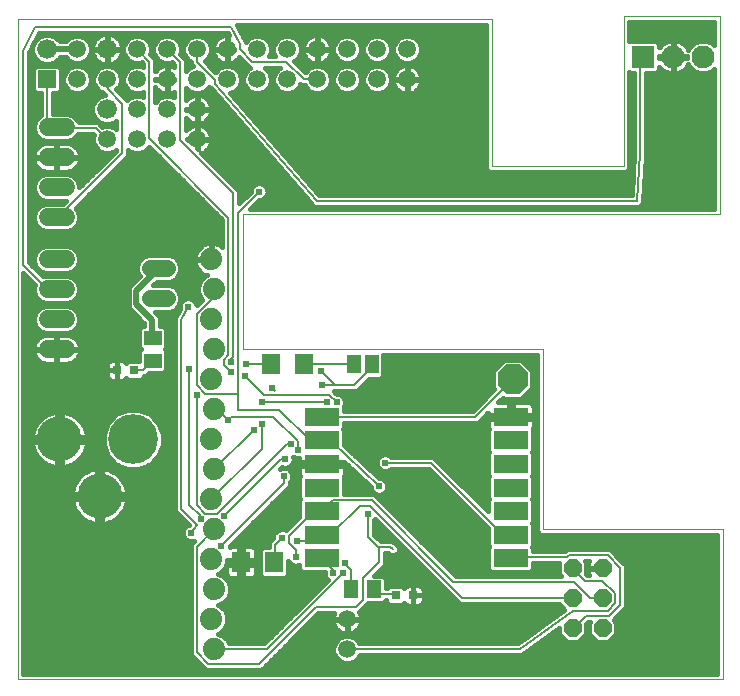
<source format=gtl>
G75*
%MOIN*%
%OFA0B0*%
%FSLAX24Y24*%
%IPPOS*%
%LPD*%
%AMOC8*
5,1,8,0,0,1.08239X$1,22.5*
%
%ADD10C,0.0000*%
%ADD11R,0.0594X0.0594*%
%ADD12C,0.0660*%
%ADD13C,0.0594*%
%ADD14R,0.0760X0.0760*%
%ADD15C,0.0760*%
%ADD16C,0.0560*%
%ADD17C,0.1660*%
%ADD18C,0.1502*%
%ADD19C,0.0600*%
%ADD20R,0.0315X0.0315*%
%ADD21R,0.0591X0.0512*%
%ADD22OC8,0.0600*%
%ADD23R,0.1181X0.0591*%
%ADD24C,0.0740*%
%ADD25R,0.0512X0.0591*%
%ADD26OC8,0.1000*%
%ADD27R,0.0460X0.0630*%
%ADD28R,0.0630X0.0709*%
%ADD29C,0.0080*%
%ADD30C,0.0240*%
%ADD31C,0.0200*%
%ADD32C,0.0160*%
%ADD33C,0.0250*%
D10*
X005976Y000558D02*
X029476Y000558D01*
X029476Y005558D01*
X023476Y005558D01*
X023476Y011558D01*
X013476Y011558D01*
X013476Y016058D01*
X029376Y016058D01*
X029376Y022658D01*
X026176Y022658D01*
X026176Y017658D01*
X021776Y017658D01*
X021776Y022558D01*
X005976Y022558D01*
X005976Y000558D01*
D11*
X006960Y020558D03*
D12*
X006960Y021558D03*
X008960Y021558D03*
X008960Y019558D03*
D13*
X009960Y019558D03*
X010960Y019558D03*
X011960Y019558D03*
X011960Y018558D03*
X010960Y018558D03*
X009960Y018558D03*
X008960Y018558D03*
X008960Y020558D03*
X009960Y020558D03*
X010960Y020558D03*
X011960Y020558D03*
X012960Y020558D03*
X013960Y020558D03*
X014960Y020558D03*
X015960Y020558D03*
X016960Y020558D03*
X017960Y020558D03*
X018960Y020558D03*
X018960Y021558D03*
X017960Y021558D03*
X016960Y021558D03*
X015960Y021558D03*
X014960Y021558D03*
X013960Y021558D03*
X012960Y021558D03*
X011960Y021558D03*
X010960Y021558D03*
X009960Y021558D03*
X007960Y021558D03*
X007960Y020558D03*
X016960Y002558D03*
X016960Y001558D03*
D14*
X026826Y021308D03*
D15*
X027826Y021308D03*
X028826Y021308D03*
D16*
X010956Y014258D02*
X010396Y014258D01*
X010396Y013258D02*
X010956Y013258D01*
D17*
X009830Y008558D03*
D18*
X007370Y008558D03*
X008708Y006668D03*
D19*
X007576Y011558D02*
X006976Y011558D01*
X006976Y012558D02*
X007576Y012558D01*
X007576Y013558D02*
X006976Y013558D01*
X006976Y014558D02*
X007576Y014558D01*
X007576Y015958D02*
X006976Y015958D01*
X006976Y016958D02*
X007576Y016958D01*
X007576Y017958D02*
X006976Y017958D01*
X006976Y018958D02*
X007576Y018958D01*
D20*
X009281Y010858D03*
X009871Y010858D03*
X018581Y003358D03*
X019171Y003358D03*
D21*
X010476Y011184D03*
X010476Y011932D03*
D22*
X024476Y004258D03*
X025476Y004258D03*
X025476Y003258D03*
X024476Y003258D03*
X024476Y002258D03*
X025476Y002258D03*
D23*
X022413Y004590D03*
X022413Y005377D03*
X022413Y006164D03*
X022413Y006952D03*
X022413Y007739D03*
X022413Y008527D03*
X022413Y009314D03*
X016114Y009314D03*
X016114Y008527D03*
X016114Y007739D03*
X016114Y006952D03*
X016114Y006164D03*
X016114Y005377D03*
X016114Y004590D03*
D24*
X012426Y004558D03*
X012526Y003558D03*
X012426Y002558D03*
X012526Y001558D03*
X012526Y005558D03*
X012426Y006558D03*
X012526Y007558D03*
X012426Y008558D03*
X012526Y009558D03*
X012426Y010558D03*
X012526Y011558D03*
X012426Y012558D03*
X012526Y013558D03*
X012426Y014558D03*
D25*
X017102Y003558D03*
X017850Y003558D03*
D26*
X022476Y010558D03*
D27*
X017776Y011058D03*
X017176Y011058D03*
D28*
X015527Y011058D03*
X014425Y011058D03*
X014527Y004458D03*
X013425Y004458D03*
D29*
X012767Y005007D02*
X014854Y007094D01*
X014854Y007330D01*
X014893Y007901D02*
X014756Y007901D01*
X012866Y006011D01*
X012610Y006070D02*
X012236Y006070D01*
X011941Y006365D01*
X011941Y010027D01*
X012216Y010086D02*
X013319Y010086D01*
X013319Y009554D01*
X014696Y009554D01*
X015720Y008531D01*
X016114Y008531D01*
X016114Y008527D01*
X016153Y008511D01*
X016409Y008511D01*
X018020Y007000D01*
X017787Y006523D02*
X016488Y006523D01*
X016133Y006168D01*
X016114Y006164D01*
X016074Y006109D01*
X015779Y006109D01*
X015011Y005342D01*
X015011Y005105D01*
X015248Y004869D01*
X015248Y004633D01*
X014539Y004515D02*
X014527Y004458D01*
X014539Y004515D02*
X014539Y005046D01*
X014775Y005282D01*
X015287Y005164D02*
X015917Y005164D01*
X016114Y005361D01*
X016114Y005377D01*
X016133Y005401D01*
X016429Y005401D01*
X017374Y006345D01*
X017728Y006345D01*
X020799Y003275D01*
X024460Y003275D01*
X024476Y003258D01*
X024500Y002853D02*
X025641Y002853D01*
X025878Y003090D01*
X025878Y003424D01*
X025464Y003838D01*
X024893Y003838D01*
X024480Y004251D01*
X024476Y004258D01*
X024519Y003806D02*
X020504Y003806D01*
X017787Y006523D01*
X017669Y006082D02*
X017669Y005302D01*
X018004Y004968D01*
X018023Y004968D01*
X018023Y004456D01*
X017492Y003924D01*
X017492Y003216D01*
X017256Y002979D01*
X015917Y002979D01*
X014007Y001070D01*
X012334Y001070D01*
X011941Y001464D01*
X011941Y004987D01*
X012511Y005558D01*
X012526Y005558D01*
X012078Y005912D02*
X012078Y006011D01*
X011704Y006385D01*
X011704Y010911D01*
X011941Y010361D02*
X012216Y010086D01*
X011941Y010361D02*
X011941Y012743D01*
X012511Y013314D01*
X012511Y013550D01*
X012526Y013558D01*
X011662Y012979D02*
X011429Y012546D01*
X011429Y006247D01*
X011960Y005716D01*
X011760Y005440D01*
X012610Y006070D02*
X014952Y008412D01*
X015090Y008412D01*
X015326Y008491D02*
X014500Y009318D01*
X013082Y009318D01*
X012984Y009219D01*
X012944Y009239D01*
X012649Y009534D01*
X012531Y009534D01*
X012526Y009558D01*
X013319Y010086D02*
X013319Y016109D01*
X014027Y016818D01*
X013161Y016759D02*
X011389Y018531D01*
X011389Y021129D01*
X010960Y021558D01*
X010366Y021149D02*
X009972Y021542D01*
X009960Y021558D01*
X010366Y021149D02*
X010366Y018590D01*
X013004Y015952D01*
X013004Y011365D01*
X012846Y011208D01*
X012846Y011050D01*
X013082Y010814D01*
X013555Y010656D02*
X014185Y010027D01*
X016370Y010027D01*
X016606Y009790D01*
X016291Y009790D02*
X014106Y009790D01*
X014539Y010184D02*
X014460Y010263D01*
X014425Y011058D02*
X014421Y011070D01*
X013594Y011070D01*
X013161Y011306D02*
X013161Y016759D01*
X015944Y016507D02*
X026633Y016507D01*
X026724Y018097D01*
X026724Y021306D01*
X026826Y021308D01*
X015960Y020558D02*
X015523Y020558D01*
X014933Y021149D01*
X013791Y021149D01*
X013378Y021562D01*
X013378Y021739D01*
X013102Y022315D01*
X006563Y022315D01*
X006152Y021503D01*
X006152Y014379D01*
X006960Y013570D01*
X007276Y013558D01*
X010169Y010873D02*
X010464Y011168D01*
X010476Y011184D01*
X010169Y010873D02*
X009874Y010873D01*
X009874Y010893D01*
X009871Y010858D01*
X013082Y011129D02*
X013082Y011227D01*
X013161Y011306D01*
X015527Y011058D02*
X015543Y011070D01*
X017137Y011070D01*
X017176Y011058D01*
X017728Y011011D02*
X017776Y011058D01*
X017728Y011011D02*
X017728Y010893D01*
X017196Y010361D01*
X016547Y010361D01*
X016074Y010834D01*
X016133Y010361D02*
X016547Y010361D01*
X016114Y009318D02*
X016114Y009314D01*
X016114Y009318D02*
X021232Y009318D01*
X022472Y010558D01*
X022476Y010558D01*
X019756Y007782D02*
X018220Y007782D01*
X019756Y007782D02*
X022157Y005381D01*
X022413Y005381D01*
X022413Y005377D01*
X022452Y004633D02*
X022413Y004590D01*
X022452Y004633D02*
X024283Y004633D01*
X024342Y004692D01*
X025641Y004692D01*
X026055Y004279D01*
X026055Y003038D01*
X025700Y002684D01*
X024933Y002684D01*
X024519Y002271D01*
X024476Y002258D01*
X024500Y002853D02*
X022708Y001562D01*
X016960Y001562D01*
X016960Y001558D01*
X016822Y004101D02*
X014283Y001562D01*
X012531Y001562D01*
X012526Y001558D01*
X016114Y004574D02*
X016488Y004200D01*
X016488Y004101D01*
X016901Y004397D02*
X016901Y004436D01*
X016901Y004397D02*
X017078Y004219D01*
X017078Y003570D01*
X017102Y003558D01*
X017850Y003558D02*
X017905Y003511D01*
X018023Y003393D01*
X018555Y003393D01*
X018581Y003358D01*
X018476Y004889D02*
X018397Y004968D01*
X018023Y004968D01*
X016114Y004590D02*
X016114Y004574D01*
X014106Y008235D02*
X012433Y006562D01*
X012426Y006558D01*
X012526Y007558D02*
X012531Y007566D01*
X013850Y008885D01*
X014106Y009082D02*
X014106Y008235D01*
X015326Y008216D02*
X015326Y008491D01*
X024519Y003806D02*
X025051Y003275D01*
X025464Y003275D01*
X025476Y003258D01*
X009460Y018097D02*
X007334Y015971D01*
X007276Y015958D01*
X009460Y018097D02*
X009460Y019751D01*
X008988Y020223D01*
X008988Y020519D01*
X008960Y020558D01*
X006960Y020558D02*
X006960Y019082D01*
X007276Y018958D01*
X007334Y018924D01*
X008574Y018924D01*
X008929Y018570D01*
X008960Y018558D01*
X008968Y018570D01*
X011960Y021129D02*
X012551Y020538D01*
X012551Y020401D01*
X015944Y016507D01*
X014972Y020558D02*
X014960Y020558D01*
X011960Y021129D02*
X011960Y021558D01*
D30*
X014027Y016818D03*
X011662Y012979D03*
X013082Y011129D03*
X013594Y011070D03*
X013555Y010656D03*
X013082Y010814D03*
X011704Y010911D03*
X011941Y010027D03*
X012984Y009219D03*
X013850Y008885D03*
X014106Y009082D03*
X014106Y009790D03*
X014460Y010263D03*
X016133Y010361D03*
X016074Y010834D03*
X016291Y009790D03*
X016606Y009790D03*
X015090Y008412D03*
X015326Y008216D03*
X014893Y007901D03*
X014854Y007330D03*
X012866Y006011D03*
X012078Y005912D03*
X011760Y005440D03*
X012767Y005007D03*
X014775Y005282D03*
X015287Y005164D03*
X015248Y004633D03*
X016488Y004101D03*
X016822Y004101D03*
X016901Y004436D03*
X017669Y006082D03*
X018020Y007000D03*
X018220Y007782D03*
D31*
X010476Y011932D02*
X010464Y011936D01*
X010464Y012527D01*
X009933Y013058D01*
X009933Y013511D01*
X010661Y014239D01*
X010676Y014258D01*
X007276Y017958D02*
X006960Y018097D01*
X011704Y018570D02*
X011960Y018558D01*
X011960Y019554D02*
X011942Y019554D01*
X011960Y019554D02*
X011960Y019558D01*
X007960Y021558D02*
X007944Y021562D01*
X006960Y021562D01*
X006960Y021558D01*
D32*
X006528Y021322D02*
X006352Y021322D01*
X006352Y021455D02*
X006686Y022115D01*
X012976Y022115D01*
X013016Y022032D01*
X012998Y022035D01*
X012979Y022035D01*
X012979Y021577D01*
X012942Y021577D01*
X012942Y022035D01*
X012923Y022035D01*
X012849Y022023D01*
X012777Y022000D01*
X012710Y021966D01*
X012650Y021922D01*
X012597Y021869D01*
X012552Y021808D01*
X012518Y021741D01*
X012495Y021670D01*
X012483Y021596D01*
X012483Y021576D01*
X012942Y021576D01*
X012942Y021540D01*
X012483Y021540D01*
X012483Y021521D01*
X012495Y021446D01*
X012518Y021375D01*
X012552Y021308D01*
X012597Y021247D01*
X012650Y021194D01*
X012710Y021150D01*
X012777Y021116D01*
X012849Y021093D01*
X012923Y021081D01*
X012942Y021081D01*
X012942Y021540D01*
X012979Y021540D01*
X013178Y021540D01*
X013178Y021576D01*
X012979Y021576D01*
X012979Y021540D01*
X012979Y021081D01*
X012998Y021081D01*
X013072Y021093D01*
X013143Y021116D01*
X013210Y021150D01*
X013271Y021194D01*
X013324Y021247D01*
X013360Y021297D01*
X013708Y020949D01*
X013709Y020949D01*
X013701Y020945D01*
X013573Y020817D01*
X013503Y020649D01*
X013503Y020467D01*
X013573Y020299D01*
X013701Y020171D01*
X013869Y020101D01*
X014051Y020101D01*
X014219Y020171D01*
X014348Y020299D01*
X014417Y020467D01*
X014417Y020649D01*
X014348Y020817D01*
X014219Y020945D01*
X014211Y020949D01*
X014709Y020949D01*
X014701Y020945D01*
X014573Y020817D01*
X014503Y020649D01*
X014503Y020467D01*
X014573Y020299D01*
X014701Y020171D01*
X014869Y020101D01*
X015051Y020101D01*
X015219Y020171D01*
X015348Y020299D01*
X015392Y020407D01*
X015440Y020358D01*
X015549Y020358D01*
X015573Y020299D01*
X015701Y020171D01*
X015869Y020101D01*
X016051Y020101D01*
X016219Y020171D01*
X016348Y020299D01*
X016417Y020467D01*
X016417Y020649D01*
X016348Y020817D01*
X016219Y020945D01*
X016051Y021015D01*
X015869Y021015D01*
X015701Y020945D01*
X015573Y020817D01*
X015565Y020799D01*
X015201Y021163D01*
X015693Y021163D01*
X015710Y021150D02*
X015777Y021116D01*
X015849Y021093D01*
X015923Y021081D01*
X015942Y021081D01*
X015942Y021540D01*
X015483Y021540D01*
X015483Y021521D01*
X015495Y021446D01*
X015518Y021375D01*
X015552Y021308D01*
X015597Y021247D01*
X015650Y021194D01*
X015710Y021150D01*
X015844Y021005D02*
X015360Y021005D01*
X015219Y021171D02*
X015348Y021299D01*
X015417Y021467D01*
X015417Y021649D01*
X015348Y021817D01*
X015219Y021945D01*
X015051Y022015D01*
X014869Y022015D01*
X014701Y021945D01*
X014573Y021817D01*
X014503Y021649D01*
X014503Y021467D01*
X014553Y021349D01*
X014368Y021349D01*
X014417Y021467D01*
X014417Y021649D01*
X014348Y021817D01*
X014219Y021945D01*
X014051Y022015D01*
X013869Y022015D01*
X013701Y021945D01*
X013578Y021821D01*
X013578Y021822D01*
X013543Y021856D01*
X013302Y022360D01*
X013302Y022378D01*
X021596Y022378D01*
X021596Y017584D01*
X021701Y017478D01*
X026251Y017478D01*
X026356Y017584D01*
X026356Y020792D01*
X026380Y020768D01*
X026524Y020768D01*
X026524Y018103D01*
X026445Y016707D01*
X016035Y016707D01*
X013070Y020109D01*
X013219Y020171D01*
X013348Y020299D01*
X013417Y020467D01*
X013417Y020649D01*
X013348Y020817D01*
X013219Y020945D01*
X013051Y021015D01*
X012869Y021015D01*
X012701Y020945D01*
X012573Y020817D01*
X012568Y020804D01*
X012206Y021166D01*
X012219Y021171D01*
X012348Y021299D01*
X012417Y021467D01*
X012417Y021649D01*
X012348Y021817D01*
X012219Y021945D01*
X012051Y022015D01*
X011869Y022015D01*
X011701Y021945D01*
X011573Y021817D01*
X011503Y021649D01*
X011503Y021467D01*
X011573Y021299D01*
X011701Y021171D01*
X011760Y021146D01*
X011760Y021046D01*
X011814Y020992D01*
X011701Y020945D01*
X011589Y020833D01*
X011589Y021212D01*
X011393Y021408D01*
X011417Y021467D01*
X011417Y021649D01*
X011348Y021817D01*
X011219Y021945D01*
X011051Y022015D01*
X010869Y022015D01*
X010701Y021945D01*
X010573Y021817D01*
X010503Y021649D01*
X010503Y021467D01*
X010573Y021299D01*
X010701Y021171D01*
X010869Y021101D01*
X011051Y021101D01*
X011110Y021126D01*
X011189Y021046D01*
X011189Y020977D01*
X011143Y021000D01*
X011072Y021023D01*
X010998Y021035D01*
X010979Y021035D01*
X010979Y020577D01*
X010942Y020577D01*
X010942Y021035D01*
X010923Y021035D01*
X010849Y021023D01*
X010777Y021000D01*
X010710Y020966D01*
X010650Y020922D01*
X010597Y020869D01*
X010566Y020826D01*
X010566Y021231D01*
X010392Y021406D01*
X010417Y021467D01*
X010417Y021649D01*
X010348Y021817D01*
X010219Y021945D01*
X010051Y022015D01*
X009869Y022015D01*
X009701Y021945D01*
X009573Y021817D01*
X009503Y021649D01*
X009503Y021467D01*
X009573Y021299D01*
X009701Y021171D01*
X009869Y021101D01*
X010051Y021101D01*
X010107Y021124D01*
X010166Y021066D01*
X010166Y020967D01*
X010051Y021015D01*
X009869Y021015D01*
X009701Y020945D01*
X009573Y020817D01*
X009503Y020649D01*
X009503Y020467D01*
X009573Y020299D01*
X009701Y020171D01*
X009869Y020101D01*
X010051Y020101D01*
X010166Y020149D01*
X010166Y019967D01*
X010051Y020015D01*
X009869Y020015D01*
X009701Y019945D01*
X009625Y019869D01*
X009543Y019951D01*
X009271Y020223D01*
X009348Y020299D01*
X009417Y020467D01*
X009417Y020649D01*
X009348Y020817D01*
X009219Y020945D01*
X009051Y021015D01*
X008869Y021015D01*
X008701Y020945D01*
X008573Y020817D01*
X008503Y020649D01*
X008503Y020467D01*
X008573Y020299D01*
X008701Y020171D01*
X008797Y020131D01*
X008880Y020048D01*
X008863Y020048D01*
X008683Y019973D01*
X008545Y019836D01*
X008470Y019656D01*
X008470Y019461D01*
X008545Y019281D01*
X008683Y019143D01*
X008863Y019068D01*
X009058Y019068D01*
X009238Y019143D01*
X009260Y019165D01*
X009260Y018904D01*
X009219Y018945D01*
X009051Y019015D01*
X008869Y019015D01*
X008797Y018985D01*
X008657Y019124D01*
X008005Y019124D01*
X007966Y019219D01*
X007837Y019348D01*
X007667Y019418D01*
X007160Y019418D01*
X007160Y020101D01*
X007323Y020101D01*
X007417Y020195D01*
X007417Y020921D01*
X007323Y021015D01*
X006597Y021015D01*
X006503Y020921D01*
X006503Y020195D01*
X006597Y020101D01*
X006760Y020101D01*
X006760Y019367D01*
X006715Y019348D01*
X006586Y019219D01*
X006516Y019050D01*
X006516Y018867D01*
X006586Y018698D01*
X006715Y018568D01*
X006884Y018498D01*
X007667Y018498D01*
X007837Y018568D01*
X007966Y018698D01*
X007977Y018724D01*
X008492Y018724D01*
X008522Y018694D01*
X008503Y018649D01*
X008503Y018467D01*
X008573Y018299D01*
X008701Y018171D01*
X008869Y018101D01*
X009051Y018101D01*
X009219Y018171D01*
X009260Y018212D01*
X009260Y018180D01*
X008036Y016956D01*
X008036Y017050D01*
X007966Y017219D01*
X007837Y017348D01*
X007667Y017418D01*
X006884Y017418D01*
X006715Y017348D01*
X006586Y017219D01*
X006516Y017050D01*
X006516Y016867D01*
X006586Y016698D01*
X006715Y016568D01*
X006884Y016498D01*
X007578Y016498D01*
X007498Y016418D01*
X006884Y016418D01*
X006715Y016348D01*
X006586Y016219D01*
X006516Y016050D01*
X006516Y015867D01*
X006586Y015698D01*
X006715Y015568D01*
X006884Y015498D01*
X007667Y015498D01*
X007837Y015568D01*
X007966Y015698D01*
X008036Y015867D01*
X008036Y016050D01*
X007966Y016219D01*
X007915Y016269D01*
X009660Y018015D01*
X009660Y018212D01*
X009701Y018171D01*
X009869Y018101D01*
X010051Y018101D01*
X010219Y018171D01*
X010348Y018299D01*
X010355Y018317D01*
X012804Y015869D01*
X012804Y014958D01*
X012784Y014978D01*
X012714Y015028D01*
X012637Y015068D01*
X012555Y015095D01*
X012469Y015108D01*
X012446Y015108D01*
X012446Y014578D01*
X012406Y014578D01*
X012406Y014538D01*
X011876Y014538D01*
X011876Y014515D01*
X011890Y014429D01*
X011916Y014347D01*
X011956Y014270D01*
X012006Y014200D01*
X012068Y014139D01*
X012138Y014088D01*
X012215Y014048D01*
X012276Y014028D01*
X012226Y014007D01*
X012077Y013858D01*
X011996Y013663D01*
X011996Y013453D01*
X012077Y013258D01*
X012125Y013210D01*
X011942Y013027D01*
X011942Y013035D01*
X011899Y013138D01*
X011820Y013217D01*
X011718Y013259D01*
X011606Y013259D01*
X011503Y013217D01*
X011424Y013138D01*
X011382Y013035D01*
X011382Y012924D01*
X011392Y012900D01*
X011267Y012667D01*
X011229Y012629D01*
X011229Y012597D01*
X011213Y012568D01*
X011229Y012517D01*
X011229Y006164D01*
X011346Y006047D01*
X011682Y005711D01*
X011602Y005677D01*
X011523Y005599D01*
X011480Y005496D01*
X011480Y005384D01*
X011523Y005281D01*
X011602Y005203D01*
X011705Y005160D01*
X011816Y005160D01*
X011841Y005170D01*
X011741Y005070D01*
X011741Y001381D01*
X011858Y001264D01*
X012251Y000870D01*
X014090Y000870D01*
X014207Y000987D01*
X016000Y002779D01*
X016538Y002779D01*
X016518Y002741D01*
X016495Y002670D01*
X016483Y002596D01*
X016483Y002576D01*
X016942Y002576D01*
X016942Y002540D01*
X016483Y002540D01*
X016483Y002521D01*
X016495Y002446D01*
X016518Y002375D01*
X016552Y002308D01*
X016597Y002247D01*
X016650Y002194D01*
X016710Y002150D01*
X016777Y002116D01*
X016849Y002093D01*
X016923Y002081D01*
X016942Y002081D01*
X016942Y002540D01*
X016979Y002540D01*
X016979Y002576D01*
X017437Y002576D01*
X017437Y002596D01*
X017425Y002670D01*
X017402Y002741D01*
X017368Y002808D01*
X017368Y002809D01*
X017662Y003103D01*
X018172Y003103D01*
X018262Y003193D01*
X018263Y003193D01*
X018263Y003134D01*
X018357Y003041D01*
X018804Y003041D01*
X018864Y003100D01*
X018870Y003090D01*
X018903Y003057D01*
X018944Y003033D01*
X018990Y003021D01*
X019171Y003021D01*
X019171Y003358D01*
X019171Y003358D01*
X019171Y003696D01*
X018990Y003696D01*
X018944Y003683D01*
X018903Y003660D01*
X018870Y003626D01*
X018864Y003616D01*
X018804Y003676D01*
X018357Y003676D01*
X018274Y003593D01*
X018266Y003593D01*
X018266Y003920D01*
X018172Y004013D01*
X017864Y004013D01*
X018223Y004373D01*
X018223Y004768D01*
X018314Y004768D01*
X018393Y004689D01*
X018559Y004689D01*
X018676Y004806D01*
X018676Y004972D01*
X018480Y005168D01*
X018086Y005168D01*
X017869Y005385D01*
X017869Y005886D01*
X017887Y005904D01*
X020716Y003075D01*
X024016Y003075D01*
X024016Y003068D01*
X024200Y002884D01*
X022644Y001762D01*
X017370Y001762D01*
X017348Y001817D01*
X017219Y001945D01*
X017051Y002015D01*
X016869Y002015D01*
X016701Y001945D01*
X016573Y001817D01*
X016503Y001649D01*
X016503Y001467D01*
X016573Y001299D01*
X016701Y001171D01*
X016869Y001101D01*
X017051Y001101D01*
X017219Y001171D01*
X017348Y001299D01*
X017374Y001362D01*
X022692Y001362D01*
X022758Y001351D01*
X022773Y001362D01*
X022791Y001362D01*
X022838Y001409D01*
X024016Y002258D01*
X024016Y002068D01*
X024285Y001798D01*
X024667Y001798D01*
X024936Y002068D01*
X024936Y002405D01*
X025016Y002484D01*
X025051Y002484D01*
X025016Y002449D01*
X025016Y002068D01*
X025285Y001798D01*
X025667Y001798D01*
X025936Y002068D01*
X025936Y002449D01*
X025842Y002543D01*
X025900Y002601D01*
X026255Y002956D01*
X026255Y004361D01*
X026138Y004479D01*
X025724Y004892D01*
X024259Y004892D01*
X024200Y004833D01*
X023164Y004833D01*
X023164Y004951D01*
X023131Y004983D01*
X023164Y005015D01*
X023164Y005739D01*
X023131Y005771D01*
X023164Y005803D01*
X023164Y006526D01*
X023131Y006558D01*
X023164Y006590D01*
X023164Y007313D01*
X023131Y007345D01*
X023164Y007378D01*
X023164Y008101D01*
X023131Y008133D01*
X023164Y008165D01*
X023164Y008888D01*
X023146Y008906D01*
X023148Y008908D01*
X023171Y008949D01*
X023184Y008995D01*
X023184Y009246D01*
X022481Y009246D01*
X022481Y009382D01*
X022345Y009382D01*
X022345Y009789D01*
X021986Y009789D01*
X022149Y009952D01*
X022203Y009898D01*
X022749Y009898D01*
X023136Y010285D01*
X023136Y010831D01*
X022749Y011218D01*
X022203Y011218D01*
X021816Y010831D01*
X021816Y010285D01*
X021866Y010235D01*
X021149Y009518D01*
X016864Y009518D01*
X016864Y009676D01*
X016862Y009678D01*
X016886Y009735D01*
X016886Y009846D01*
X016843Y009949D01*
X016765Y010028D01*
X016662Y010070D01*
X016609Y010070D01*
X016570Y010109D01*
X016518Y010161D01*
X017279Y010161D01*
X017701Y010583D01*
X018072Y010583D01*
X018166Y010677D01*
X018166Y011378D01*
X023296Y011378D01*
X023296Y005484D01*
X023401Y005378D01*
X029296Y005378D01*
X029296Y000738D01*
X006156Y000738D01*
X006156Y014091D01*
X006540Y013707D01*
X006516Y013650D01*
X006516Y013467D01*
X006586Y013298D01*
X006715Y013168D01*
X006884Y013098D01*
X007667Y013098D01*
X007837Y013168D01*
X007966Y013298D01*
X008036Y013467D01*
X008036Y013650D01*
X007966Y013819D01*
X007837Y013948D01*
X007667Y014018D01*
X006884Y014018D01*
X006821Y013992D01*
X006352Y014461D01*
X006352Y021455D01*
X006364Y021480D02*
X006470Y021480D01*
X006470Y021461D02*
X006545Y021281D01*
X006683Y021143D01*
X006863Y021068D01*
X007058Y021068D01*
X007238Y021143D01*
X007376Y021281D01*
X007385Y021302D01*
X007572Y021302D01*
X007573Y021299D01*
X007701Y021171D01*
X007869Y021101D01*
X008051Y021101D01*
X008219Y021171D01*
X008348Y021299D01*
X008417Y021467D01*
X008417Y021649D01*
X008348Y021817D01*
X008219Y021945D01*
X008051Y022015D01*
X007869Y022015D01*
X007701Y021945D01*
X007578Y021822D01*
X007381Y021822D01*
X007376Y021836D01*
X007238Y021973D01*
X007058Y022048D01*
X006863Y022048D01*
X006683Y021973D01*
X006545Y021836D01*
X006470Y021656D01*
X006470Y021461D01*
X006470Y021639D02*
X006445Y021639D01*
X006525Y021797D02*
X006529Y021797D01*
X006605Y021956D02*
X006665Y021956D01*
X006686Y022114D02*
X012976Y022114D01*
X012979Y021956D02*
X012942Y021956D01*
X012942Y021797D02*
X012979Y021797D01*
X012979Y021639D02*
X012942Y021639D01*
X012942Y021480D02*
X012979Y021480D01*
X012979Y021322D02*
X012942Y021322D01*
X012942Y021163D02*
X012979Y021163D01*
X013076Y021005D02*
X013652Y021005D01*
X013602Y020846D02*
X013318Y020846D01*
X013401Y020688D02*
X013519Y020688D01*
X013503Y020529D02*
X013417Y020529D01*
X013377Y020371D02*
X013543Y020371D01*
X013660Y020212D02*
X013260Y020212D01*
X013119Y020054D02*
X021596Y020054D01*
X021596Y020212D02*
X019289Y020212D01*
X019271Y020194D02*
X019324Y020247D01*
X019368Y020308D01*
X019402Y020375D01*
X019425Y020446D01*
X019437Y020521D01*
X019437Y020540D01*
X018979Y020540D01*
X018979Y020576D01*
X019437Y020576D01*
X019437Y020596D01*
X019425Y020670D01*
X019402Y020741D01*
X019368Y020808D01*
X019324Y020869D01*
X019271Y020922D01*
X019210Y020966D01*
X019143Y021000D01*
X019072Y021023D01*
X018998Y021035D01*
X018979Y021035D01*
X018979Y020577D01*
X018942Y020577D01*
X018942Y021035D01*
X018923Y021035D01*
X018849Y021023D01*
X018777Y021000D01*
X018710Y020966D01*
X018650Y020922D01*
X018597Y020869D01*
X018552Y020808D01*
X018518Y020741D01*
X018495Y020670D01*
X018483Y020596D01*
X018483Y020576D01*
X018942Y020576D01*
X018942Y020540D01*
X018483Y020540D01*
X018483Y020521D01*
X018495Y020446D01*
X018518Y020375D01*
X018552Y020308D01*
X018597Y020247D01*
X018650Y020194D01*
X018710Y020150D01*
X018777Y020116D01*
X018849Y020093D01*
X018923Y020081D01*
X018942Y020081D01*
X018942Y020540D01*
X018979Y020540D01*
X018979Y020081D01*
X018998Y020081D01*
X019072Y020093D01*
X019143Y020116D01*
X019210Y020150D01*
X019271Y020194D01*
X019400Y020371D02*
X021596Y020371D01*
X021596Y020529D02*
X019437Y020529D01*
X019420Y020688D02*
X021596Y020688D01*
X021596Y020846D02*
X019340Y020846D01*
X019129Y021005D02*
X021596Y021005D01*
X021596Y021163D02*
X019201Y021163D01*
X019219Y021171D02*
X019348Y021299D01*
X019417Y021467D01*
X019417Y021649D01*
X019348Y021817D01*
X019219Y021945D01*
X019051Y022015D01*
X018869Y022015D01*
X018701Y021945D01*
X018573Y021817D01*
X018503Y021649D01*
X018503Y021467D01*
X018573Y021299D01*
X018701Y021171D01*
X018869Y021101D01*
X019051Y021101D01*
X019219Y021171D01*
X019357Y021322D02*
X021596Y021322D01*
X021596Y021480D02*
X019417Y021480D01*
X019417Y021639D02*
X021596Y021639D01*
X021596Y021797D02*
X019356Y021797D01*
X019194Y021956D02*
X021596Y021956D01*
X021596Y022114D02*
X013420Y022114D01*
X013496Y021956D02*
X013726Y021956D01*
X014194Y021956D02*
X014726Y021956D01*
X014565Y021797D02*
X014356Y021797D01*
X014417Y021639D02*
X014503Y021639D01*
X014503Y021480D02*
X014417Y021480D01*
X015201Y021163D02*
X015219Y021171D01*
X015357Y021322D02*
X015546Y021322D01*
X015490Y021480D02*
X015417Y021480D01*
X015483Y021576D02*
X015942Y021576D01*
X015942Y021540D01*
X015979Y021540D01*
X015979Y021576D01*
X016437Y021576D01*
X016437Y021596D01*
X016425Y021670D01*
X016402Y021741D01*
X016368Y021808D01*
X016324Y021869D01*
X016271Y021922D01*
X016210Y021966D01*
X016143Y022000D01*
X016072Y022023D01*
X015998Y022035D01*
X015979Y022035D01*
X015979Y021577D01*
X015942Y021577D01*
X015942Y022035D01*
X015923Y022035D01*
X015849Y022023D01*
X015777Y022000D01*
X015710Y021966D01*
X015650Y021922D01*
X015597Y021869D01*
X015552Y021808D01*
X015518Y021741D01*
X015495Y021670D01*
X015483Y021596D01*
X015483Y021576D01*
X015490Y021639D02*
X015417Y021639D01*
X015356Y021797D02*
X015547Y021797D01*
X015696Y021956D02*
X015194Y021956D01*
X015942Y021956D02*
X015979Y021956D01*
X015979Y021797D02*
X015942Y021797D01*
X015942Y021639D02*
X015979Y021639D01*
X015979Y021540D02*
X016437Y021540D01*
X016437Y021521D01*
X016425Y021446D01*
X016402Y021375D01*
X016368Y021308D01*
X016324Y021247D01*
X016271Y021194D01*
X016210Y021150D01*
X016143Y021116D01*
X016072Y021093D01*
X015998Y021081D01*
X015979Y021081D01*
X015979Y021540D01*
X015979Y021480D02*
X015942Y021480D01*
X015942Y021322D02*
X015979Y021322D01*
X015979Y021163D02*
X015942Y021163D01*
X016076Y021005D02*
X016844Y021005D01*
X016869Y021015D02*
X016701Y020945D01*
X016573Y020817D01*
X016503Y020649D01*
X016503Y020467D01*
X016573Y020299D01*
X016701Y020171D01*
X016869Y020101D01*
X017051Y020101D01*
X017219Y020171D01*
X017348Y020299D01*
X017417Y020467D01*
X017417Y020649D01*
X017348Y020817D01*
X017219Y020945D01*
X017051Y021015D01*
X016869Y021015D01*
X016869Y021101D02*
X017051Y021101D01*
X017219Y021171D01*
X017348Y021299D01*
X017417Y021467D01*
X017417Y021649D01*
X017348Y021817D01*
X017219Y021945D01*
X017051Y022015D01*
X016869Y022015D01*
X016701Y021945D01*
X016573Y021817D01*
X016503Y021649D01*
X016503Y021467D01*
X016573Y021299D01*
X016701Y021171D01*
X016869Y021101D01*
X016720Y021163D02*
X016228Y021163D01*
X016375Y021322D02*
X016564Y021322D01*
X016503Y021480D02*
X016431Y021480D01*
X016430Y021639D02*
X016503Y021639D01*
X016565Y021797D02*
X016374Y021797D01*
X016224Y021956D02*
X016726Y021956D01*
X017194Y021956D02*
X017726Y021956D01*
X017701Y021945D02*
X017573Y021817D01*
X017503Y021649D01*
X017503Y021467D01*
X017573Y021299D01*
X017701Y021171D01*
X017869Y021101D01*
X018051Y021101D01*
X018219Y021171D01*
X018348Y021299D01*
X018417Y021467D01*
X018417Y021649D01*
X018348Y021817D01*
X018219Y021945D01*
X018051Y022015D01*
X017869Y022015D01*
X017701Y021945D01*
X017565Y021797D02*
X017356Y021797D01*
X017417Y021639D02*
X017503Y021639D01*
X017503Y021480D02*
X017417Y021480D01*
X017357Y021322D02*
X017564Y021322D01*
X017720Y021163D02*
X017201Y021163D01*
X017076Y021005D02*
X017844Y021005D01*
X017869Y021015D02*
X017701Y020945D01*
X017573Y020817D01*
X017503Y020649D01*
X017503Y020467D01*
X017573Y020299D01*
X017701Y020171D01*
X017869Y020101D01*
X018051Y020101D01*
X018219Y020171D01*
X018348Y020299D01*
X018417Y020467D01*
X018417Y020649D01*
X018348Y020817D01*
X018219Y020945D01*
X018051Y021015D01*
X017869Y021015D01*
X018076Y021005D02*
X018791Y021005D01*
X018942Y021005D02*
X018979Y021005D01*
X018979Y020846D02*
X018942Y020846D01*
X018942Y020688D02*
X018979Y020688D01*
X018979Y020529D02*
X018942Y020529D01*
X018942Y020371D02*
X018979Y020371D01*
X018979Y020212D02*
X018942Y020212D01*
X018632Y020212D02*
X018260Y020212D01*
X018377Y020371D02*
X018521Y020371D01*
X018483Y020529D02*
X018417Y020529D01*
X018401Y020688D02*
X018501Y020688D01*
X018580Y020846D02*
X018318Y020846D01*
X018201Y021163D02*
X018720Y021163D01*
X018564Y021322D02*
X018357Y021322D01*
X018417Y021480D02*
X018503Y021480D01*
X018503Y021639D02*
X018417Y021639D01*
X018356Y021797D02*
X018565Y021797D01*
X018726Y021956D02*
X018194Y021956D01*
X017602Y020846D02*
X017318Y020846D01*
X017401Y020688D02*
X017519Y020688D01*
X017503Y020529D02*
X017417Y020529D01*
X017377Y020371D02*
X017543Y020371D01*
X017660Y020212D02*
X017260Y020212D01*
X016660Y020212D02*
X016260Y020212D01*
X016377Y020371D02*
X016543Y020371D01*
X016503Y020529D02*
X016417Y020529D01*
X016401Y020688D02*
X016519Y020688D01*
X016602Y020846D02*
X016318Y020846D01*
X015602Y020846D02*
X015518Y020846D01*
X015428Y020371D02*
X015377Y020371D01*
X015260Y020212D02*
X015660Y020212D01*
X014660Y020212D02*
X014260Y020212D01*
X014377Y020371D02*
X014543Y020371D01*
X014503Y020529D02*
X014417Y020529D01*
X014401Y020688D02*
X014519Y020688D01*
X014602Y020846D02*
X014318Y020846D01*
X013494Y021163D02*
X013228Y021163D01*
X012844Y021005D02*
X012367Y021005D01*
X012209Y021163D02*
X012693Y021163D01*
X012546Y021322D02*
X012357Y021322D01*
X012417Y021480D02*
X012490Y021480D01*
X012490Y021639D02*
X012417Y021639D01*
X012356Y021797D02*
X012547Y021797D01*
X012696Y021956D02*
X012194Y021956D01*
X011726Y021956D02*
X011194Y021956D01*
X011356Y021797D02*
X011565Y021797D01*
X011503Y021639D02*
X011417Y021639D01*
X011417Y021480D02*
X011503Y021480D01*
X011480Y021322D02*
X011564Y021322D01*
X011589Y021163D02*
X011720Y021163D01*
X011802Y021005D02*
X011589Y021005D01*
X011589Y020846D02*
X011602Y020846D01*
X011189Y021005D02*
X011129Y021005D01*
X010979Y021005D02*
X010942Y021005D01*
X010791Y021005D02*
X010566Y021005D01*
X010566Y021163D02*
X010720Y021163D01*
X010564Y021322D02*
X010476Y021322D01*
X010503Y021480D02*
X010417Y021480D01*
X010417Y021639D02*
X010503Y021639D01*
X010565Y021797D02*
X010356Y021797D01*
X010194Y021956D02*
X010726Y021956D01*
X009726Y021956D02*
X009281Y021956D01*
X009292Y021947D02*
X009228Y021994D01*
X009156Y022031D01*
X009080Y022056D01*
X009000Y022068D01*
X008979Y022068D01*
X008979Y021577D01*
X008942Y021577D01*
X008942Y022068D01*
X008920Y022068D01*
X008841Y022056D01*
X008764Y022031D01*
X008693Y021994D01*
X008628Y021947D01*
X008571Y021890D01*
X008524Y021825D01*
X008488Y021754D01*
X008463Y021677D01*
X008450Y021598D01*
X008450Y021576D01*
X008942Y021576D01*
X008942Y021540D01*
X008450Y021540D01*
X008450Y021518D01*
X008463Y021439D01*
X008488Y021362D01*
X008524Y021291D01*
X008571Y021226D01*
X008628Y021169D01*
X008693Y021122D01*
X008764Y021085D01*
X008841Y021061D01*
X008920Y021048D01*
X008942Y021048D01*
X008942Y021540D01*
X008979Y021540D01*
X008979Y021576D01*
X009470Y021576D01*
X009470Y021598D01*
X009458Y021677D01*
X009433Y021754D01*
X009396Y021825D01*
X009349Y021890D01*
X009292Y021947D01*
X009411Y021797D02*
X009565Y021797D01*
X009503Y021639D02*
X009464Y021639D01*
X009470Y021540D02*
X008979Y021540D01*
X008979Y021048D01*
X009000Y021048D01*
X009080Y021061D01*
X009156Y021085D01*
X009228Y021122D01*
X009292Y021169D01*
X009349Y021226D01*
X009396Y021291D01*
X009433Y021362D01*
X009458Y021439D01*
X009470Y021518D01*
X009470Y021540D01*
X009464Y021480D02*
X009503Y021480D01*
X009564Y021322D02*
X009412Y021322D01*
X009284Y021163D02*
X009720Y021163D01*
X009844Y021005D02*
X009076Y021005D01*
X008979Y021163D02*
X008942Y021163D01*
X008942Y021322D02*
X008979Y021322D01*
X008979Y021480D02*
X008942Y021480D01*
X008942Y021639D02*
X008979Y021639D01*
X008979Y021797D02*
X008942Y021797D01*
X008942Y021956D02*
X008979Y021956D01*
X008640Y021956D02*
X008194Y021956D01*
X008356Y021797D02*
X008510Y021797D01*
X008457Y021639D02*
X008417Y021639D01*
X008417Y021480D02*
X008456Y021480D01*
X008508Y021322D02*
X008357Y021322D01*
X008201Y021163D02*
X008636Y021163D01*
X008844Y021005D02*
X008076Y021005D01*
X008051Y021015D02*
X007869Y021015D01*
X007701Y020945D01*
X007573Y020817D01*
X007503Y020649D01*
X007503Y020467D01*
X007573Y020299D01*
X007701Y020171D01*
X007869Y020101D01*
X008051Y020101D01*
X008219Y020171D01*
X008348Y020299D01*
X008417Y020467D01*
X008417Y020649D01*
X008348Y020817D01*
X008219Y020945D01*
X008051Y021015D01*
X007844Y021005D02*
X007334Y021005D01*
X007258Y021163D02*
X007720Y021163D01*
X007602Y020846D02*
X007417Y020846D01*
X007417Y020688D02*
X007519Y020688D01*
X007503Y020529D02*
X007417Y020529D01*
X007417Y020371D02*
X007543Y020371D01*
X007660Y020212D02*
X007417Y020212D01*
X007160Y020054D02*
X008875Y020054D01*
X008660Y020212D02*
X008260Y020212D01*
X008377Y020371D02*
X008543Y020371D01*
X008503Y020529D02*
X008417Y020529D01*
X008401Y020688D02*
X008519Y020688D01*
X008602Y020846D02*
X008318Y020846D01*
X009318Y020846D02*
X009602Y020846D01*
X009519Y020688D02*
X009401Y020688D01*
X009417Y020529D02*
X009503Y020529D01*
X009543Y020371D02*
X009377Y020371D01*
X009282Y020212D02*
X009660Y020212D01*
X009440Y020054D02*
X010166Y020054D01*
X010566Y020054D02*
X011189Y020054D01*
X011143Y020116D02*
X011189Y020140D01*
X011189Y019958D01*
X011051Y020015D01*
X010869Y020015D01*
X010701Y019945D01*
X010573Y019817D01*
X010566Y019799D01*
X010566Y020290D01*
X010597Y020247D01*
X010650Y020194D01*
X010710Y020150D01*
X010777Y020116D01*
X010849Y020093D01*
X010923Y020081D01*
X010942Y020081D01*
X010942Y020540D01*
X010566Y020540D01*
X010566Y020576D01*
X010942Y020576D01*
X010942Y020540D01*
X010979Y020540D01*
X011189Y020540D01*
X011189Y020576D01*
X010979Y020576D01*
X010979Y020540D01*
X010979Y020081D01*
X010998Y020081D01*
X011072Y020093D01*
X011143Y020116D01*
X010979Y020212D02*
X010942Y020212D01*
X010942Y020371D02*
X010979Y020371D01*
X010979Y020529D02*
X010942Y020529D01*
X010942Y020688D02*
X010979Y020688D01*
X010979Y020846D02*
X010942Y020846D01*
X010580Y020846D02*
X010566Y020846D01*
X010166Y021005D02*
X010076Y021005D01*
X010566Y020212D02*
X010632Y020212D01*
X010651Y019895D02*
X010566Y019895D01*
X009651Y019895D02*
X009599Y019895D01*
X008604Y019895D02*
X007160Y019895D01*
X007160Y019737D02*
X008504Y019737D01*
X008470Y019578D02*
X007160Y019578D01*
X007160Y019420D02*
X008487Y019420D01*
X008564Y019261D02*
X007923Y019261D01*
X008679Y019103D02*
X008779Y019103D01*
X009141Y019103D02*
X009260Y019103D01*
X009260Y018944D02*
X009220Y018944D01*
X008503Y018627D02*
X007896Y018627D01*
X007760Y018403D02*
X007688Y018426D01*
X007614Y018438D01*
X007296Y018438D01*
X007296Y017978D01*
X008056Y017978D01*
X008056Y017996D01*
X008044Y018070D01*
X008021Y018142D01*
X007987Y018210D01*
X007942Y018271D01*
X007889Y018324D01*
X007828Y018369D01*
X007760Y018403D01*
X007903Y018310D02*
X008568Y018310D01*
X008503Y018469D02*
X006352Y018469D01*
X006352Y018627D02*
X006656Y018627D01*
X006550Y018786D02*
X006352Y018786D01*
X006352Y018944D02*
X006516Y018944D01*
X006538Y019103D02*
X006352Y019103D01*
X006352Y019261D02*
X006628Y019261D01*
X006760Y019420D02*
X006352Y019420D01*
X006352Y019578D02*
X006760Y019578D01*
X006760Y019737D02*
X006352Y019737D01*
X006352Y019895D02*
X006760Y019895D01*
X006760Y020054D02*
X006352Y020054D01*
X006352Y020212D02*
X006503Y020212D01*
X006503Y020371D02*
X006352Y020371D01*
X006352Y020529D02*
X006503Y020529D01*
X006503Y020688D02*
X006352Y020688D01*
X006352Y020846D02*
X006503Y020846D01*
X006587Y021005D02*
X006352Y021005D01*
X006352Y021163D02*
X006662Y021163D01*
X007256Y021956D02*
X007726Y021956D01*
X011589Y020283D02*
X011589Y019859D01*
X011597Y019869D01*
X011650Y019922D01*
X011710Y019966D01*
X011777Y020000D01*
X011849Y020023D01*
X011923Y020035D01*
X011942Y020035D01*
X011942Y019577D01*
X011979Y019577D01*
X011979Y020035D01*
X011998Y020035D01*
X012072Y020023D01*
X012143Y020000D01*
X012210Y019966D01*
X012271Y019922D01*
X012324Y019869D01*
X012368Y019808D01*
X012402Y019741D01*
X012425Y019670D01*
X012437Y019596D01*
X012437Y019576D01*
X011979Y019576D01*
X011979Y019540D01*
X012437Y019540D01*
X012437Y019521D01*
X012425Y019446D01*
X012402Y019375D01*
X012368Y019308D01*
X012324Y019247D01*
X012271Y019194D01*
X012210Y019150D01*
X012143Y019116D01*
X012072Y019093D01*
X011998Y019081D01*
X011979Y019081D01*
X011979Y019540D01*
X011942Y019540D01*
X011589Y019540D01*
X011589Y019576D01*
X011942Y019576D01*
X011942Y019540D01*
X011942Y019081D01*
X011923Y019081D01*
X011849Y019093D01*
X011777Y019116D01*
X011710Y019150D01*
X011650Y019194D01*
X011597Y019247D01*
X011589Y019257D01*
X011589Y018859D01*
X011597Y018869D01*
X011650Y018922D01*
X011710Y018966D01*
X011777Y019000D01*
X011849Y019023D01*
X011923Y019035D01*
X011942Y019035D01*
X011942Y018577D01*
X011979Y018577D01*
X011979Y019035D01*
X011998Y019035D01*
X012072Y019023D01*
X012143Y019000D01*
X012210Y018966D01*
X012271Y018922D01*
X012324Y018869D01*
X012368Y018808D01*
X012402Y018741D01*
X012425Y018670D01*
X012437Y018596D01*
X012437Y018576D01*
X011979Y018576D01*
X011979Y018540D01*
X012437Y018540D01*
X012437Y018521D01*
X012425Y018446D01*
X012402Y018375D01*
X012368Y018308D01*
X012324Y018247D01*
X012271Y018194D01*
X012210Y018150D01*
X012143Y018116D01*
X012100Y018102D01*
X013361Y016842D01*
X013361Y016435D01*
X013747Y016821D01*
X013747Y016874D01*
X013790Y016977D01*
X013869Y017055D01*
X013971Y017098D01*
X014083Y017098D01*
X014186Y017055D01*
X014265Y016977D01*
X014307Y016874D01*
X014307Y016762D01*
X014265Y016659D01*
X014186Y016581D01*
X014083Y016538D01*
X014030Y016538D01*
X013730Y016238D01*
X029196Y016238D01*
X029196Y020914D01*
X029132Y020850D01*
X028933Y020768D01*
X028719Y020768D01*
X028520Y020850D01*
X028368Y021002D01*
X028337Y021077D01*
X028305Y021015D01*
X028253Y020943D01*
X028191Y020881D01*
X028119Y020829D01*
X028041Y020789D01*
X027957Y020762D01*
X027870Y020748D01*
X027846Y020748D01*
X027846Y021288D01*
X027806Y021288D01*
X027806Y020748D01*
X027782Y020748D01*
X027695Y020762D01*
X027611Y020789D01*
X027532Y020829D01*
X027461Y020881D01*
X027399Y020943D01*
X027366Y020988D01*
X027366Y020862D01*
X027272Y020768D01*
X026924Y020768D01*
X026924Y018174D01*
X026928Y018169D01*
X026924Y018092D01*
X026924Y018015D01*
X026919Y018010D01*
X026833Y016501D01*
X026833Y016424D01*
X026829Y016419D01*
X026828Y016413D01*
X026771Y016361D01*
X026716Y016307D01*
X026710Y016307D01*
X026705Y016303D01*
X026628Y016307D01*
X016019Y016307D01*
X016013Y016302D01*
X015938Y016307D01*
X015862Y016307D01*
X015856Y016312D01*
X015848Y016313D01*
X015798Y016370D01*
X015744Y016424D01*
X015744Y016432D01*
X012405Y020264D01*
X012354Y020315D01*
X012348Y020299D01*
X012219Y020171D01*
X012051Y020101D01*
X011869Y020101D01*
X011701Y020171D01*
X011589Y020283D01*
X011589Y020212D02*
X011660Y020212D01*
X011589Y020054D02*
X012588Y020054D01*
X012450Y020212D02*
X012260Y020212D01*
X012298Y019895D02*
X012726Y019895D01*
X012864Y019737D02*
X012404Y019737D01*
X012437Y019578D02*
X013002Y019578D01*
X013141Y019420D02*
X012417Y019420D01*
X012334Y019261D02*
X013279Y019261D01*
X013417Y019103D02*
X012102Y019103D01*
X011979Y019103D02*
X011942Y019103D01*
X011819Y019103D02*
X011589Y019103D01*
X011589Y018944D02*
X011680Y018944D01*
X011942Y018944D02*
X011979Y018944D01*
X011979Y018786D02*
X011942Y018786D01*
X011942Y018627D02*
X011979Y018627D01*
X011942Y018576D02*
X011626Y018576D01*
X011663Y018540D01*
X011942Y018540D01*
X011942Y018576D01*
X011942Y018540D02*
X011942Y018261D01*
X011979Y018224D01*
X011979Y018540D01*
X011942Y018540D01*
X011942Y018469D02*
X011979Y018469D01*
X011979Y018310D02*
X011942Y018310D01*
X012212Y018152D02*
X014246Y018152D01*
X014108Y018310D02*
X012369Y018310D01*
X012429Y018469D02*
X013969Y018469D01*
X013831Y018627D02*
X012432Y018627D01*
X012379Y018786D02*
X013693Y018786D01*
X013555Y018944D02*
X012240Y018944D01*
X011979Y019261D02*
X011942Y019261D01*
X011942Y019420D02*
X011979Y019420D01*
X011979Y019578D02*
X011942Y019578D01*
X011942Y019737D02*
X011979Y019737D01*
X011979Y019895D02*
X011942Y019895D01*
X011623Y019895D02*
X011589Y019895D01*
X012526Y020846D02*
X012602Y020846D01*
X013257Y019895D02*
X021596Y019895D01*
X021596Y019737D02*
X013395Y019737D01*
X013533Y019578D02*
X021596Y019578D01*
X021596Y019420D02*
X013671Y019420D01*
X013809Y019261D02*
X021596Y019261D01*
X021596Y019103D02*
X013947Y019103D01*
X014086Y018944D02*
X021596Y018944D01*
X021596Y018786D02*
X014224Y018786D01*
X014362Y018627D02*
X021596Y018627D01*
X021596Y018469D02*
X014500Y018469D01*
X014638Y018310D02*
X021596Y018310D01*
X021596Y018152D02*
X014776Y018152D01*
X014914Y017993D02*
X021596Y017993D01*
X021596Y017835D02*
X015053Y017835D01*
X015191Y017676D02*
X021596Y017676D01*
X021662Y017518D02*
X015329Y017518D01*
X015467Y017359D02*
X026482Y017359D01*
X026473Y017201D02*
X015605Y017201D01*
X015743Y017042D02*
X026464Y017042D01*
X026455Y016884D02*
X015881Y016884D01*
X016020Y016725D02*
X026446Y016725D01*
X026846Y016725D02*
X029196Y016725D01*
X029196Y016567D02*
X026837Y016567D01*
X026823Y016408D02*
X029196Y016408D01*
X029196Y016250D02*
X013742Y016250D01*
X013900Y016408D02*
X015760Y016408D01*
X015627Y016567D02*
X014152Y016567D01*
X014292Y016725D02*
X015489Y016725D01*
X015351Y016884D02*
X014303Y016884D01*
X014199Y017042D02*
X015213Y017042D01*
X015075Y017201D02*
X013002Y017201D01*
X012844Y017359D02*
X014936Y017359D01*
X014798Y017518D02*
X012685Y017518D01*
X012527Y017676D02*
X014660Y017676D01*
X014522Y017835D02*
X012368Y017835D01*
X012210Y017993D02*
X014384Y017993D01*
X013855Y017042D02*
X013161Y017042D01*
X013319Y016884D02*
X013751Y016884D01*
X013652Y016725D02*
X013361Y016725D01*
X013361Y016567D02*
X013493Y016567D01*
X012740Y015933D02*
X008036Y015933D01*
X008019Y016091D02*
X012581Y016091D01*
X012423Y016250D02*
X007935Y016250D01*
X008054Y016408D02*
X012264Y016408D01*
X012106Y016567D02*
X008212Y016567D01*
X008371Y016725D02*
X011947Y016725D01*
X011789Y016884D02*
X008529Y016884D01*
X008688Y017042D02*
X011630Y017042D01*
X011472Y017201D02*
X008846Y017201D01*
X009005Y017359D02*
X011313Y017359D01*
X011155Y017518D02*
X009163Y017518D01*
X009322Y017676D02*
X010996Y017676D01*
X010838Y017835D02*
X009480Y017835D01*
X009639Y017993D02*
X010679Y017993D01*
X010521Y018152D02*
X010173Y018152D01*
X010352Y018310D02*
X010362Y018310D01*
X009748Y018152D02*
X009660Y018152D01*
X009232Y018152D02*
X009173Y018152D01*
X009073Y017993D02*
X008056Y017993D01*
X008056Y017938D02*
X007296Y017938D01*
X007296Y017478D01*
X007614Y017478D01*
X007688Y017490D01*
X007760Y017513D01*
X007828Y017548D01*
X007889Y017592D01*
X007942Y017645D01*
X007987Y017706D01*
X008021Y017774D01*
X008044Y017846D01*
X008056Y017920D01*
X008056Y017938D01*
X008041Y017835D02*
X008915Y017835D01*
X008756Y017676D02*
X007964Y017676D01*
X007769Y017518D02*
X008598Y017518D01*
X008439Y017359D02*
X007810Y017359D01*
X007973Y017201D02*
X008281Y017201D01*
X008122Y017042D02*
X008036Y017042D01*
X007296Y017518D02*
X007256Y017518D01*
X007256Y017478D02*
X007256Y017938D01*
X007296Y017938D01*
X007296Y017978D01*
X007256Y017978D01*
X007256Y017938D01*
X006496Y017938D01*
X006496Y017920D01*
X006508Y017846D01*
X006531Y017774D01*
X006565Y017706D01*
X006610Y017645D01*
X006663Y017592D01*
X006724Y017548D01*
X006792Y017513D01*
X006864Y017490D01*
X006938Y017478D01*
X007256Y017478D01*
X007256Y017676D02*
X007296Y017676D01*
X007296Y017835D02*
X007256Y017835D01*
X007256Y017978D02*
X006496Y017978D01*
X006496Y017996D01*
X006508Y018070D01*
X006531Y018142D01*
X006565Y018210D01*
X006610Y018271D01*
X006663Y018324D01*
X006724Y018369D01*
X006792Y018403D01*
X006864Y018426D01*
X006938Y018438D01*
X007256Y018438D01*
X007256Y017978D01*
X007256Y017993D02*
X007296Y017993D01*
X007296Y018152D02*
X007256Y018152D01*
X007256Y018310D02*
X007296Y018310D01*
X008016Y018152D02*
X008748Y018152D01*
X006783Y017518D02*
X006352Y017518D01*
X006352Y017676D02*
X006588Y017676D01*
X006511Y017835D02*
X006352Y017835D01*
X006352Y017993D02*
X006496Y017993D01*
X006536Y018152D02*
X006352Y018152D01*
X006352Y018310D02*
X006649Y018310D01*
X006742Y017359D02*
X006352Y017359D01*
X006352Y017201D02*
X006579Y017201D01*
X006516Y017042D02*
X006352Y017042D01*
X006352Y016884D02*
X006516Y016884D01*
X006575Y016725D02*
X006352Y016725D01*
X006352Y016567D02*
X006719Y016567D01*
X006860Y016408D02*
X006352Y016408D01*
X006352Y016250D02*
X006617Y016250D01*
X006533Y016091D02*
X006352Y016091D01*
X006352Y015933D02*
X006516Y015933D01*
X006554Y015774D02*
X006352Y015774D01*
X006352Y015616D02*
X006668Y015616D01*
X006352Y015457D02*
X012804Y015457D01*
X012804Y015299D02*
X006352Y015299D01*
X006352Y015140D02*
X012804Y015140D01*
X012804Y014982D02*
X012779Y014982D01*
X012446Y014982D02*
X012406Y014982D01*
X012406Y015108D02*
X012383Y015108D01*
X012297Y015095D01*
X012215Y015068D01*
X012138Y015028D01*
X012068Y014978D01*
X012006Y014916D01*
X011956Y014846D01*
X011916Y014769D01*
X011890Y014687D01*
X011876Y014601D01*
X011876Y014578D01*
X012406Y014578D01*
X012406Y015108D01*
X012406Y014823D02*
X012446Y014823D01*
X012446Y014665D02*
X012406Y014665D01*
X012073Y014982D02*
X007756Y014982D01*
X007837Y014948D02*
X007667Y015018D01*
X006884Y015018D01*
X006715Y014948D01*
X006586Y014819D01*
X006516Y014650D01*
X006516Y014467D01*
X006586Y014298D01*
X006715Y014168D01*
X006884Y014098D01*
X007667Y014098D01*
X007837Y014168D01*
X007966Y014298D01*
X008036Y014467D01*
X008036Y014650D01*
X007966Y014819D01*
X007837Y014948D01*
X007961Y014823D02*
X011944Y014823D01*
X011886Y014665D02*
X011124Y014665D01*
X011044Y014698D02*
X011205Y014631D01*
X011329Y014507D01*
X011396Y014346D01*
X011396Y014171D01*
X011329Y014009D01*
X011205Y013885D01*
X011044Y013818D01*
X010608Y013818D01*
X010488Y013698D01*
X011044Y013698D01*
X011205Y013631D01*
X011329Y013507D01*
X011396Y013346D01*
X011396Y013171D01*
X011329Y013009D01*
X011205Y012885D01*
X011044Y012818D01*
X010540Y012818D01*
X010685Y012674D01*
X010724Y012578D01*
X010724Y012348D01*
X010838Y012348D01*
X010931Y012254D01*
X010931Y011610D01*
X010879Y011558D01*
X010931Y011506D01*
X010931Y010862D01*
X010838Y010768D01*
X010347Y010768D01*
X010252Y010673D01*
X010189Y010673D01*
X010189Y010634D01*
X010095Y010541D01*
X009648Y010541D01*
X009588Y010600D01*
X009582Y010590D01*
X009549Y010557D01*
X009508Y010533D01*
X009462Y010521D01*
X009281Y010521D01*
X009281Y010858D01*
X009281Y010858D01*
X009281Y010858D01*
X009281Y011196D01*
X009462Y011196D01*
X009508Y011183D01*
X009549Y011160D01*
X009582Y011126D01*
X009588Y011116D01*
X009648Y011176D01*
X010021Y011176D01*
X010021Y011506D01*
X010073Y011558D01*
X010021Y011610D01*
X010021Y012254D01*
X010114Y012348D01*
X010204Y012348D01*
X010204Y012419D01*
X009785Y012838D01*
X009712Y012911D01*
X009673Y013006D01*
X009673Y013563D01*
X009712Y013658D01*
X010043Y013989D01*
X010023Y014009D01*
X009956Y014171D01*
X009956Y014346D01*
X010023Y014507D01*
X010147Y014631D01*
X010308Y014698D01*
X011044Y014698D01*
X011330Y014506D02*
X011877Y014506D01*
X011916Y014348D02*
X011395Y014348D01*
X011396Y014189D02*
X012017Y014189D01*
X012270Y014031D02*
X011338Y014031D01*
X011174Y013872D02*
X012090Y013872D01*
X012017Y013714D02*
X010503Y013714D01*
X010014Y014031D02*
X006782Y014031D01*
X006694Y014189D02*
X006624Y014189D01*
X006565Y014348D02*
X006465Y014348D01*
X006516Y014506D02*
X006352Y014506D01*
X006352Y014665D02*
X006522Y014665D01*
X006590Y014823D02*
X006352Y014823D01*
X006352Y014982D02*
X006796Y014982D01*
X007884Y015616D02*
X012804Y015616D01*
X012804Y015774D02*
X007998Y015774D01*
X008030Y014665D02*
X010228Y014665D01*
X010022Y014506D02*
X008036Y014506D01*
X007987Y014348D02*
X009957Y014348D01*
X009956Y014189D02*
X007858Y014189D01*
X007913Y013872D02*
X009926Y013872D01*
X009768Y013714D02*
X008009Y013714D01*
X008036Y013555D02*
X009673Y013555D01*
X009673Y013397D02*
X008007Y013397D01*
X007907Y013238D02*
X009673Y013238D01*
X009673Y013080D02*
X006156Y013080D01*
X006156Y013238D02*
X006645Y013238D01*
X006545Y013397D02*
X006156Y013397D01*
X006156Y013555D02*
X006516Y013555D01*
X006534Y013714D02*
X006156Y013714D01*
X006156Y013872D02*
X006375Y013872D01*
X006217Y014031D02*
X006156Y014031D01*
X006156Y012921D02*
X006688Y012921D01*
X006715Y012948D02*
X006586Y012819D01*
X006516Y012650D01*
X006516Y012467D01*
X006586Y012298D01*
X006715Y012168D01*
X006884Y012098D01*
X007667Y012098D01*
X007837Y012168D01*
X007966Y012298D01*
X008036Y012467D01*
X008036Y012650D01*
X007966Y012819D01*
X007837Y012948D01*
X007667Y013018D01*
X006884Y013018D01*
X006715Y012948D01*
X006563Y012763D02*
X006156Y012763D01*
X006156Y012604D02*
X006516Y012604D01*
X006525Y012446D02*
X006156Y012446D01*
X006156Y012287D02*
X006596Y012287D01*
X006811Y012129D02*
X006156Y012129D01*
X006156Y011970D02*
X006727Y011970D01*
X006724Y011969D02*
X006663Y011924D01*
X006610Y011871D01*
X006565Y011810D01*
X006531Y011742D01*
X006508Y011670D01*
X006496Y011596D01*
X006496Y011578D01*
X007256Y011578D01*
X007256Y011538D01*
X007296Y011538D01*
X007296Y011078D01*
X007614Y011078D01*
X007688Y011090D01*
X007760Y011113D01*
X007828Y011148D01*
X007889Y011192D01*
X007942Y011245D01*
X007987Y011306D01*
X008021Y011374D01*
X008044Y011446D01*
X008056Y011520D01*
X008056Y011538D01*
X007296Y011538D01*
X007296Y011578D01*
X008056Y011578D01*
X008056Y011596D01*
X008044Y011670D01*
X008021Y011742D01*
X007987Y011810D01*
X007942Y011871D01*
X007889Y011924D01*
X007828Y011969D01*
X007760Y012003D01*
X007688Y012026D01*
X007614Y012038D01*
X007296Y012038D01*
X007296Y011578D01*
X007256Y011578D01*
X007256Y012038D01*
X006938Y012038D01*
X006864Y012026D01*
X006792Y012003D01*
X006724Y011969D01*
X006567Y011812D02*
X006156Y011812D01*
X006156Y011653D02*
X006505Y011653D01*
X006496Y011538D02*
X006496Y011520D01*
X006508Y011446D01*
X006531Y011374D01*
X006565Y011306D01*
X006610Y011245D01*
X006663Y011192D01*
X006724Y011148D01*
X006792Y011113D01*
X006864Y011090D01*
X006938Y011078D01*
X007256Y011078D01*
X007256Y011538D01*
X006496Y011538D01*
X006500Y011495D02*
X006156Y011495D01*
X006156Y011336D02*
X006550Y011336D01*
X006683Y011178D02*
X006156Y011178D01*
X006156Y011019D02*
X008943Y011019D01*
X008943Y011039D02*
X008943Y010858D01*
X008943Y010677D01*
X008955Y010631D01*
X008979Y010590D01*
X009013Y010557D01*
X009054Y010533D01*
X009100Y010521D01*
X009281Y010521D01*
X009281Y010858D01*
X009281Y011196D01*
X009100Y011196D01*
X009054Y011183D01*
X009013Y011160D01*
X008979Y011126D01*
X008955Y011085D01*
X008943Y011039D01*
X009044Y011178D02*
X007869Y011178D01*
X008002Y011336D02*
X010021Y011336D01*
X010021Y011178D02*
X009518Y011178D01*
X009281Y011178D02*
X009281Y011178D01*
X009281Y011019D02*
X009281Y011019D01*
X009281Y010861D02*
X009281Y010861D01*
X009281Y010858D02*
X009281Y010858D01*
X008943Y010858D01*
X009281Y010858D01*
X009281Y010702D02*
X009281Y010702D01*
X009281Y010544D02*
X009281Y010544D01*
X009526Y010544D02*
X009645Y010544D01*
X010098Y010544D02*
X011229Y010544D01*
X011229Y010702D02*
X010281Y010702D01*
X010930Y010861D02*
X011229Y010861D01*
X011229Y011019D02*
X010931Y011019D01*
X010931Y011178D02*
X011229Y011178D01*
X011229Y011336D02*
X010931Y011336D01*
X010931Y011495D02*
X011229Y011495D01*
X011229Y011653D02*
X010931Y011653D01*
X010931Y011812D02*
X011229Y011812D01*
X011229Y011970D02*
X010931Y011970D01*
X010931Y012129D02*
X011229Y012129D01*
X011229Y012287D02*
X010898Y012287D01*
X010724Y012446D02*
X011229Y012446D01*
X011229Y012604D02*
X010713Y012604D01*
X010596Y012763D02*
X011318Y012763D01*
X011383Y012921D02*
X011241Y012921D01*
X011358Y013080D02*
X011400Y013080D01*
X011396Y013238D02*
X011555Y013238D01*
X011769Y013238D02*
X012096Y013238D01*
X012019Y013397D02*
X011375Y013397D01*
X011281Y013555D02*
X011996Y013555D01*
X011994Y013080D02*
X011923Y013080D01*
X010177Y012446D02*
X008027Y012446D01*
X008036Y012604D02*
X010019Y012604D01*
X009860Y012763D02*
X007989Y012763D01*
X007864Y012921D02*
X009708Y012921D01*
X010054Y012287D02*
X007956Y012287D01*
X007741Y012129D02*
X010021Y012129D01*
X010021Y011970D02*
X007825Y011970D01*
X007985Y011812D02*
X010021Y011812D01*
X010021Y011653D02*
X008047Y011653D01*
X008052Y011495D02*
X010021Y011495D01*
X008943Y010861D02*
X006156Y010861D01*
X006156Y010702D02*
X008943Y010702D01*
X009035Y010544D02*
X006156Y010544D01*
X006156Y010385D02*
X011229Y010385D01*
X011229Y010227D02*
X006156Y010227D01*
X006156Y010068D02*
X011229Y010068D01*
X011229Y009910D02*
X006156Y009910D01*
X006156Y009751D02*
X011229Y009751D01*
X011229Y009593D02*
X006156Y009593D01*
X006156Y009434D02*
X007054Y009434D01*
X007013Y009420D02*
X006919Y009374D01*
X006830Y009319D01*
X006748Y009253D01*
X006674Y009180D01*
X006609Y009098D01*
X006553Y009009D01*
X006508Y008915D01*
X006473Y008816D01*
X006450Y008714D01*
X006442Y008638D01*
X007290Y008638D01*
X007290Y009486D01*
X007213Y009478D01*
X007111Y009454D01*
X007013Y009420D01*
X007290Y009434D02*
X007450Y009434D01*
X007450Y009486D02*
X007450Y008638D01*
X008298Y008638D01*
X008289Y008714D01*
X008266Y008816D01*
X008231Y008915D01*
X008186Y009009D01*
X008130Y009098D01*
X008065Y009180D01*
X007991Y009253D01*
X007909Y009319D01*
X007821Y009374D01*
X007727Y009420D01*
X007628Y009454D01*
X007526Y009478D01*
X007450Y009486D01*
X007450Y009276D02*
X007290Y009276D01*
X007290Y009117D02*
X007450Y009117D01*
X007450Y008959D02*
X007290Y008959D01*
X007290Y008800D02*
X007450Y008800D01*
X007450Y008642D02*
X007290Y008642D01*
X007290Y008638D02*
X007450Y008638D01*
X007450Y008478D01*
X008298Y008478D01*
X008289Y008402D01*
X008266Y008300D01*
X008231Y008201D01*
X008186Y008107D01*
X008130Y008018D01*
X008065Y007937D01*
X007991Y007863D01*
X007909Y007797D01*
X007821Y007742D01*
X007727Y007696D01*
X007628Y007662D01*
X007526Y007639D01*
X007450Y007630D01*
X007450Y008478D01*
X007290Y008478D01*
X007290Y007630D01*
X007213Y007639D01*
X007111Y007662D01*
X007013Y007696D01*
X006919Y007742D01*
X006830Y007797D01*
X006748Y007863D01*
X006674Y007937D01*
X006609Y008018D01*
X006553Y008107D01*
X006508Y008201D01*
X006473Y008300D01*
X006450Y008402D01*
X006442Y008478D01*
X007290Y008478D01*
X007290Y008638D01*
X007290Y008483D02*
X006156Y008483D01*
X006156Y008325D02*
X006468Y008325D01*
X006525Y008166D02*
X006156Y008166D01*
X006156Y008008D02*
X006618Y008008D01*
X006765Y007849D02*
X006156Y007849D01*
X006156Y007691D02*
X007029Y007691D01*
X007290Y007691D02*
X007450Y007691D01*
X007450Y007849D02*
X007290Y007849D01*
X007290Y008008D02*
X007450Y008008D01*
X007450Y008166D02*
X007290Y008166D01*
X007290Y008325D02*
X007450Y008325D01*
X007450Y008483D02*
X008840Y008483D01*
X008840Y008361D02*
X008991Y007997D01*
X009270Y007719D01*
X009633Y007568D01*
X010027Y007568D01*
X010391Y007719D01*
X010670Y007997D01*
X010820Y008361D01*
X010820Y008755D01*
X010670Y009119D01*
X010391Y009397D01*
X010027Y009548D01*
X009633Y009548D01*
X009270Y009397D01*
X008991Y009119D01*
X008840Y008755D01*
X008840Y008361D01*
X008856Y008325D02*
X008272Y008325D01*
X008214Y008166D02*
X008921Y008166D01*
X008987Y008008D02*
X008122Y008008D01*
X007974Y007849D02*
X009139Y007849D01*
X009338Y007691D02*
X007710Y007691D01*
X008087Y007364D02*
X008013Y007290D01*
X007948Y007208D01*
X007892Y007119D01*
X007847Y007025D01*
X007812Y006926D01*
X007789Y006825D01*
X007780Y006748D01*
X008628Y006748D01*
X008628Y006588D01*
X008788Y006588D01*
X008788Y005740D01*
X008864Y005749D01*
X008966Y005772D01*
X009065Y005807D01*
X009159Y005852D01*
X009248Y005908D01*
X009330Y005973D01*
X009404Y006047D01*
X009469Y006129D01*
X009525Y006217D01*
X009570Y006311D01*
X009604Y006410D01*
X009628Y006512D01*
X009636Y006588D01*
X008788Y006588D01*
X008788Y006748D01*
X009636Y006748D01*
X009628Y006825D01*
X009604Y006926D01*
X009570Y007025D01*
X009525Y007119D01*
X009469Y007208D01*
X009404Y007290D01*
X009330Y007364D01*
X009248Y007429D01*
X009159Y007485D01*
X009065Y007530D01*
X008966Y007565D01*
X008864Y007588D01*
X008788Y007596D01*
X008788Y006748D01*
X008628Y006748D01*
X008628Y007596D01*
X008552Y007588D01*
X008450Y007565D01*
X008351Y007530D01*
X008257Y007485D01*
X008169Y007429D01*
X008087Y007364D01*
X008099Y007374D02*
X006156Y007374D01*
X006156Y007532D02*
X008357Y007532D01*
X008628Y007532D02*
X008788Y007532D01*
X008788Y007374D02*
X008628Y007374D01*
X008628Y007215D02*
X008788Y007215D01*
X008788Y007057D02*
X008628Y007057D01*
X008628Y006898D02*
X008788Y006898D01*
X008788Y006740D02*
X011229Y006740D01*
X011229Y006898D02*
X009611Y006898D01*
X009555Y007057D02*
X011229Y007057D01*
X011229Y007215D02*
X009463Y007215D01*
X009317Y007374D02*
X011229Y007374D01*
X011229Y007532D02*
X009059Y007532D01*
X008628Y006740D02*
X006156Y006740D01*
X006156Y006898D02*
X007806Y006898D01*
X007862Y007057D02*
X006156Y007057D01*
X006156Y007215D02*
X007953Y007215D01*
X007780Y006588D02*
X007789Y006512D01*
X007812Y006410D01*
X007847Y006311D01*
X007892Y006217D01*
X007948Y006129D01*
X008013Y006047D01*
X008087Y005973D01*
X008169Y005908D01*
X008257Y005852D01*
X008351Y005807D01*
X008450Y005772D01*
X008552Y005749D01*
X008628Y005740D01*
X008628Y006588D01*
X007780Y006588D01*
X007781Y006581D02*
X006156Y006581D01*
X006156Y006423D02*
X007809Y006423D01*
X007869Y006264D02*
X006156Y006264D01*
X006156Y006106D02*
X007966Y006106D01*
X008119Y005947D02*
X006156Y005947D01*
X006156Y005789D02*
X008403Y005789D01*
X008628Y005789D02*
X008788Y005789D01*
X008788Y005947D02*
X008628Y005947D01*
X008628Y006106D02*
X008788Y006106D01*
X008788Y006264D02*
X008628Y006264D01*
X008628Y006423D02*
X008788Y006423D01*
X008788Y006581D02*
X008628Y006581D01*
X009451Y006106D02*
X011287Y006106D01*
X011229Y006264D02*
X009547Y006264D01*
X009607Y006423D02*
X011229Y006423D01*
X011229Y006581D02*
X009636Y006581D01*
X009297Y005947D02*
X011446Y005947D01*
X011604Y005789D02*
X009014Y005789D01*
X011480Y005472D02*
X006156Y005472D01*
X006156Y005630D02*
X011554Y005630D01*
X011510Y005313D02*
X006156Y005313D01*
X006156Y005155D02*
X011825Y005155D01*
X011741Y004996D02*
X006156Y004996D01*
X006156Y004838D02*
X011741Y004838D01*
X011741Y004679D02*
X006156Y004679D01*
X006156Y004521D02*
X011741Y004521D01*
X011741Y004362D02*
X006156Y004362D01*
X006156Y004204D02*
X011741Y004204D01*
X011741Y004045D02*
X006156Y004045D01*
X006156Y003887D02*
X011741Y003887D01*
X011741Y003728D02*
X006156Y003728D01*
X006156Y003570D02*
X011741Y003570D01*
X011741Y003411D02*
X006156Y003411D01*
X006156Y003253D02*
X011741Y003253D01*
X011741Y003094D02*
X006156Y003094D01*
X006156Y002936D02*
X011741Y002936D01*
X011741Y002777D02*
X006156Y002777D01*
X006156Y002619D02*
X011741Y002619D01*
X011741Y002460D02*
X006156Y002460D01*
X006156Y002302D02*
X011741Y002302D01*
X011741Y002143D02*
X006156Y002143D01*
X006156Y001985D02*
X011741Y001985D01*
X011741Y001826D02*
X006156Y001826D01*
X006156Y001668D02*
X011741Y001668D01*
X011741Y001509D02*
X006156Y001509D01*
X006156Y001351D02*
X011771Y001351D01*
X011929Y001192D02*
X006156Y001192D01*
X006156Y001034D02*
X012088Y001034D01*
X012246Y000875D02*
X006156Y000875D01*
X012654Y002079D02*
X012726Y002109D01*
X012875Y002258D01*
X012956Y002453D01*
X012956Y002663D01*
X012875Y002858D01*
X012726Y003007D01*
X012654Y003037D01*
X012826Y003109D01*
X012975Y003258D01*
X013056Y003453D01*
X013056Y003663D01*
X012975Y003858D01*
X012826Y004007D01*
X012654Y004079D01*
X012726Y004109D01*
X012875Y004258D01*
X012956Y004453D01*
X012956Y004536D01*
X013347Y004536D01*
X013347Y004992D01*
X013086Y004992D01*
X013047Y004982D01*
X013047Y005004D01*
X015054Y007011D01*
X015054Y007134D01*
X015091Y007171D01*
X015134Y007274D01*
X015134Y007385D01*
X015091Y007488D01*
X015013Y007567D01*
X014910Y007610D01*
X014798Y007610D01*
X014712Y007574D01*
X014782Y007644D01*
X014838Y007621D01*
X014949Y007621D01*
X015052Y007663D01*
X015131Y007742D01*
X015173Y007845D01*
X015173Y007956D01*
X015162Y007984D01*
X015168Y007978D01*
X015271Y007936D01*
X015343Y007936D01*
X015343Y007807D01*
X016046Y007807D01*
X016046Y007672D01*
X015343Y007672D01*
X015343Y007420D01*
X015355Y007374D01*
X015379Y007333D01*
X015381Y007331D01*
X015363Y007313D01*
X015363Y006590D01*
X015395Y006558D01*
X015363Y006526D01*
X015363Y005976D01*
X014929Y005542D01*
X014929Y005542D01*
X014915Y005528D01*
X014831Y005562D01*
X014720Y005562D01*
X014617Y005520D01*
X014538Y005441D01*
X014495Y005338D01*
X014495Y005285D01*
X014339Y005129D01*
X014339Y004972D01*
X014146Y004972D01*
X014052Y004879D01*
X014052Y004037D01*
X014146Y003944D01*
X014908Y003944D01*
X015002Y004037D01*
X015002Y004494D01*
X015010Y004474D01*
X015089Y004396D01*
X015192Y004353D01*
X015303Y004353D01*
X015363Y004378D01*
X015363Y004228D01*
X015457Y004134D01*
X016208Y004134D01*
X016208Y004046D01*
X016250Y003943D01*
X016316Y003877D01*
X014200Y001762D01*
X013015Y001762D01*
X012975Y001858D01*
X012826Y002007D01*
X012654Y002079D01*
X012761Y002143D02*
X014581Y002143D01*
X014423Y001985D02*
X012849Y001985D01*
X012989Y001826D02*
X014264Y001826D01*
X014888Y001668D02*
X016511Y001668D01*
X016503Y001509D02*
X014730Y001509D01*
X014571Y001351D02*
X016552Y001351D01*
X016680Y001192D02*
X014413Y001192D01*
X014254Y001034D02*
X029296Y001034D01*
X029296Y001192D02*
X017240Y001192D01*
X017369Y001351D02*
X029296Y001351D01*
X029296Y001509D02*
X022977Y001509D01*
X023197Y001668D02*
X029296Y001668D01*
X029296Y001826D02*
X025695Y001826D01*
X025853Y001985D02*
X029296Y001985D01*
X029296Y002143D02*
X025936Y002143D01*
X025936Y002302D02*
X029296Y002302D01*
X029296Y002460D02*
X025925Y002460D01*
X025918Y002619D02*
X029296Y002619D01*
X029296Y002777D02*
X026076Y002777D01*
X026235Y002936D02*
X029296Y002936D01*
X029296Y003094D02*
X026255Y003094D01*
X026255Y003253D02*
X029296Y003253D01*
X029296Y003411D02*
X026255Y003411D01*
X026255Y003570D02*
X029296Y003570D01*
X029296Y003728D02*
X026255Y003728D01*
X026255Y003887D02*
X029296Y003887D01*
X029296Y004045D02*
X026255Y004045D01*
X026255Y004204D02*
X029296Y004204D01*
X029296Y004362D02*
X026254Y004362D01*
X026096Y004521D02*
X029296Y004521D01*
X029296Y004679D02*
X025937Y004679D01*
X025779Y004838D02*
X029296Y004838D01*
X029296Y004996D02*
X023144Y004996D01*
X023164Y004838D02*
X024205Y004838D01*
X024016Y004433D02*
X023164Y004433D01*
X023164Y004228D01*
X023070Y004134D01*
X021756Y004134D01*
X021662Y004228D01*
X021662Y004951D01*
X021695Y004983D01*
X021662Y005015D01*
X021662Y005593D01*
X019673Y007582D01*
X018416Y007582D01*
X018379Y007545D01*
X018276Y007502D01*
X018164Y007502D01*
X018061Y007545D01*
X017983Y007624D01*
X017940Y007727D01*
X017940Y007838D01*
X017983Y007941D01*
X018061Y008020D01*
X018164Y008062D01*
X018276Y008062D01*
X018379Y008020D01*
X018416Y007982D01*
X019838Y007982D01*
X021662Y006158D01*
X021662Y006526D01*
X021695Y006558D01*
X021662Y006590D01*
X021662Y007313D01*
X021695Y007345D01*
X021662Y007378D01*
X021662Y008101D01*
X021695Y008133D01*
X021662Y008165D01*
X021662Y008888D01*
X021680Y008906D01*
X021678Y008908D01*
X021655Y008949D01*
X021642Y008995D01*
X021642Y009246D01*
X022345Y009246D01*
X022345Y009382D01*
X021642Y009382D01*
X021642Y009446D01*
X021315Y009118D01*
X016864Y009118D01*
X016864Y008952D01*
X016832Y008920D01*
X016864Y008888D01*
X016864Y008358D01*
X018014Y007280D01*
X018076Y007280D01*
X018179Y007237D01*
X018257Y007158D01*
X018300Y007055D01*
X018300Y006944D01*
X018257Y006841D01*
X018179Y006762D01*
X018076Y006720D01*
X017964Y006720D01*
X017861Y006762D01*
X017783Y006841D01*
X017740Y006944D01*
X017740Y006988D01*
X016867Y007807D01*
X016181Y007807D01*
X016181Y007672D01*
X016884Y007672D01*
X016884Y007420D01*
X016872Y007374D01*
X016848Y007333D01*
X016846Y007331D01*
X016864Y007313D01*
X016864Y006723D01*
X017870Y006723D01*
X017987Y006605D01*
X020586Y004006D01*
X024077Y004006D01*
X024016Y004068D01*
X024016Y004433D01*
X024016Y004362D02*
X023164Y004362D01*
X023139Y004204D02*
X024016Y004204D01*
X024038Y004045D02*
X020547Y004045D01*
X020389Y004204D02*
X021687Y004204D01*
X021662Y004362D02*
X020230Y004362D01*
X020072Y004521D02*
X021662Y004521D01*
X021662Y004679D02*
X019913Y004679D01*
X019755Y004838D02*
X021662Y004838D01*
X021682Y004996D02*
X019596Y004996D01*
X019438Y005155D02*
X021662Y005155D01*
X021662Y005313D02*
X019279Y005313D01*
X019121Y005472D02*
X021662Y005472D01*
X021625Y005630D02*
X018962Y005630D01*
X018804Y005789D02*
X021467Y005789D01*
X021308Y005947D02*
X018645Y005947D01*
X018487Y006106D02*
X021150Y006106D01*
X020991Y006264D02*
X018328Y006264D01*
X018170Y006423D02*
X020833Y006423D01*
X020674Y006581D02*
X018011Y006581D01*
X017917Y006740D02*
X016864Y006740D01*
X016864Y006898D02*
X017759Y006898D01*
X017667Y007057D02*
X016864Y007057D01*
X016864Y007215D02*
X017498Y007215D01*
X017329Y007374D02*
X016872Y007374D01*
X016884Y007532D02*
X017160Y007532D01*
X016991Y007691D02*
X016181Y007691D01*
X016046Y007691D02*
X015079Y007691D01*
X015048Y007532D02*
X015343Y007532D01*
X015356Y007374D02*
X015134Y007374D01*
X015110Y007215D02*
X015363Y007215D01*
X015363Y007057D02*
X015054Y007057D01*
X014941Y006898D02*
X015363Y006898D01*
X015363Y006740D02*
X014783Y006740D01*
X014624Y006581D02*
X015372Y006581D01*
X015363Y006423D02*
X014466Y006423D01*
X014307Y006264D02*
X015363Y006264D01*
X015363Y006106D02*
X014149Y006106D01*
X013990Y005947D02*
X015334Y005947D01*
X015176Y005789D02*
X013832Y005789D01*
X013673Y005630D02*
X015017Y005630D01*
X014568Y005472D02*
X013515Y005472D01*
X013356Y005313D02*
X014495Y005313D01*
X014364Y005155D02*
X013198Y005155D01*
X013047Y004996D02*
X014339Y004996D01*
X014052Y004838D02*
X013919Y004838D01*
X013920Y004836D02*
X013907Y004882D01*
X013884Y004923D01*
X013850Y004956D01*
X013809Y004980D01*
X013763Y004992D01*
X013502Y004992D01*
X013502Y004536D01*
X013347Y004536D01*
X013347Y004381D01*
X012930Y004381D01*
X012930Y004080D01*
X012942Y004034D01*
X012966Y003993D01*
X012999Y003960D01*
X013040Y003936D01*
X013086Y003924D01*
X013347Y003924D01*
X013347Y004381D01*
X013502Y004381D01*
X013502Y004536D01*
X013920Y004536D01*
X013920Y004836D01*
X013920Y004679D02*
X014052Y004679D01*
X014052Y004521D02*
X013502Y004521D01*
X013502Y004381D02*
X013920Y004381D01*
X013920Y004080D01*
X013907Y004034D01*
X013884Y003993D01*
X013850Y003960D01*
X013809Y003936D01*
X013763Y003924D01*
X013502Y003924D01*
X013502Y004381D01*
X013502Y004362D02*
X013347Y004362D01*
X013347Y004204D02*
X013502Y004204D01*
X013502Y004045D02*
X013347Y004045D01*
X012939Y004045D02*
X012735Y004045D01*
X012821Y004204D02*
X012930Y004204D01*
X012918Y004362D02*
X012930Y004362D01*
X012956Y004521D02*
X013347Y004521D01*
X013347Y004679D02*
X013502Y004679D01*
X013502Y004838D02*
X013347Y004838D01*
X013920Y004362D02*
X014052Y004362D01*
X014052Y004204D02*
X013920Y004204D01*
X013910Y004045D02*
X014052Y004045D01*
X013029Y003728D02*
X016166Y003728D01*
X016307Y003887D02*
X012947Y003887D01*
X013056Y003570D02*
X016008Y003570D01*
X015849Y003411D02*
X013039Y003411D01*
X012970Y003253D02*
X015691Y003253D01*
X015532Y003094D02*
X012791Y003094D01*
X012798Y002936D02*
X015374Y002936D01*
X015215Y002777D02*
X012909Y002777D01*
X012956Y002619D02*
X015057Y002619D01*
X014898Y002460D02*
X012956Y002460D01*
X012893Y002302D02*
X014740Y002302D01*
X015205Y001985D02*
X016796Y001985D01*
X016724Y002143D02*
X015364Y002143D01*
X015522Y002302D02*
X016557Y002302D01*
X016493Y002460D02*
X015681Y002460D01*
X015839Y002619D02*
X016487Y002619D01*
X016537Y002777D02*
X015998Y002777D01*
X016942Y002777D02*
X016979Y002777D01*
X016979Y002779D02*
X016979Y002577D01*
X016942Y002577D01*
X016942Y002779D01*
X016979Y002779D01*
X016979Y002619D02*
X016942Y002619D01*
X016979Y002540D02*
X017437Y002540D01*
X017437Y002521D01*
X017425Y002446D01*
X017402Y002375D01*
X017368Y002308D01*
X017324Y002247D01*
X017271Y002194D01*
X017210Y002150D01*
X017143Y002116D01*
X017072Y002093D01*
X016998Y002081D01*
X016979Y002081D01*
X016979Y002540D01*
X016979Y002460D02*
X016942Y002460D01*
X016942Y002302D02*
X016979Y002302D01*
X016979Y002143D02*
X016942Y002143D01*
X017124Y001985D02*
X022952Y001985D01*
X022733Y001826D02*
X017338Y001826D01*
X017196Y002143D02*
X023172Y002143D01*
X023392Y002302D02*
X017363Y002302D01*
X017428Y002460D02*
X023612Y002460D01*
X023832Y002619D02*
X017433Y002619D01*
X017384Y002777D02*
X024052Y002777D01*
X024148Y002936D02*
X017495Y002936D01*
X017653Y003094D02*
X018303Y003094D01*
X018858Y003094D02*
X018867Y003094D01*
X019171Y003094D02*
X019171Y003094D01*
X019171Y003021D02*
X019352Y003021D01*
X019398Y003033D01*
X019439Y003057D01*
X019473Y003090D01*
X019496Y003131D01*
X019509Y003177D01*
X019509Y003358D01*
X019171Y003358D01*
X019171Y003358D01*
X019171Y003021D01*
X019171Y003253D02*
X019171Y003253D01*
X019171Y003358D02*
X019171Y003358D01*
X019171Y003696D01*
X019352Y003696D01*
X019398Y003683D01*
X019439Y003660D01*
X019473Y003626D01*
X019496Y003585D01*
X019509Y003539D01*
X019509Y003358D01*
X019171Y003358D01*
X019171Y003411D02*
X019171Y003411D01*
X019171Y003570D02*
X019171Y003570D01*
X019501Y003570D02*
X020221Y003570D01*
X020063Y003728D02*
X018266Y003728D01*
X018266Y003887D02*
X019904Y003887D01*
X019746Y004045D02*
X017895Y004045D01*
X018054Y004204D02*
X019587Y004204D01*
X019429Y004362D02*
X018212Y004362D01*
X018223Y004521D02*
X019270Y004521D01*
X019112Y004679D02*
X018223Y004679D01*
X018676Y004838D02*
X018953Y004838D01*
X018795Y004996D02*
X018652Y004996D01*
X018636Y005155D02*
X018493Y005155D01*
X018478Y005313D02*
X017941Y005313D01*
X017869Y005472D02*
X018319Y005472D01*
X018161Y005630D02*
X017869Y005630D01*
X017869Y005789D02*
X018002Y005789D01*
X018124Y006740D02*
X020516Y006740D01*
X020357Y006898D02*
X018281Y006898D01*
X018300Y007057D02*
X020199Y007057D01*
X020040Y007215D02*
X018201Y007215D01*
X017914Y007374D02*
X019882Y007374D01*
X019723Y007532D02*
X018347Y007532D01*
X018093Y007532D02*
X017745Y007532D01*
X017576Y007691D02*
X017955Y007691D01*
X017945Y007849D02*
X017407Y007849D01*
X017238Y008008D02*
X018049Y008008D01*
X018391Y008008D02*
X021662Y008008D01*
X021662Y008166D02*
X017069Y008166D01*
X016900Y008325D02*
X021662Y008325D01*
X021662Y008483D02*
X016864Y008483D01*
X016864Y008642D02*
X021662Y008642D01*
X021662Y008800D02*
X016864Y008800D01*
X016864Y008959D02*
X021652Y008959D01*
X021642Y009117D02*
X016864Y009117D01*
X016864Y009593D02*
X021224Y009593D01*
X021382Y009751D02*
X016886Y009751D01*
X016860Y009910D02*
X021541Y009910D01*
X021699Y010068D02*
X016667Y010068D01*
X017345Y010227D02*
X021858Y010227D01*
X021816Y010385D02*
X017503Y010385D01*
X017662Y010544D02*
X021816Y010544D01*
X021816Y010702D02*
X018166Y010702D01*
X018166Y010861D02*
X021845Y010861D01*
X022004Y011019D02*
X018166Y011019D01*
X018166Y011178D02*
X022162Y011178D01*
X022790Y011178D02*
X023296Y011178D01*
X023296Y011336D02*
X018166Y011336D01*
X021472Y009276D02*
X022345Y009276D01*
X022481Y009276D02*
X023296Y009276D01*
X023184Y009382D02*
X023184Y009633D01*
X023171Y009679D01*
X023148Y009720D01*
X023114Y009753D01*
X023073Y009777D01*
X023027Y009789D01*
X022481Y009789D01*
X022481Y009382D01*
X023184Y009382D01*
X023184Y009434D02*
X023296Y009434D01*
X023296Y009593D02*
X023184Y009593D01*
X023116Y009751D02*
X023296Y009751D01*
X023296Y009910D02*
X022761Y009910D01*
X022919Y010068D02*
X023296Y010068D01*
X023296Y010227D02*
X023078Y010227D01*
X023136Y010385D02*
X023296Y010385D01*
X023296Y010544D02*
X023136Y010544D01*
X023136Y010702D02*
X023296Y010702D01*
X023296Y010861D02*
X023107Y010861D01*
X022948Y011019D02*
X023296Y011019D01*
X022191Y009910D02*
X022106Y009910D01*
X022345Y009751D02*
X022481Y009751D01*
X022481Y009593D02*
X022345Y009593D01*
X022345Y009434D02*
X022481Y009434D01*
X023184Y009117D02*
X023296Y009117D01*
X023296Y008959D02*
X023174Y008959D01*
X023164Y008800D02*
X023296Y008800D01*
X023296Y008642D02*
X023164Y008642D01*
X023164Y008483D02*
X023296Y008483D01*
X023296Y008325D02*
X023164Y008325D01*
X023164Y008166D02*
X023296Y008166D01*
X023296Y008008D02*
X023164Y008008D01*
X023164Y007849D02*
X023296Y007849D01*
X023296Y007691D02*
X023164Y007691D01*
X023164Y007532D02*
X023296Y007532D01*
X023296Y007374D02*
X023160Y007374D01*
X023164Y007215D02*
X023296Y007215D01*
X023296Y007057D02*
X023164Y007057D01*
X023164Y006898D02*
X023296Y006898D01*
X023296Y006740D02*
X023164Y006740D01*
X023154Y006581D02*
X023296Y006581D01*
X023296Y006423D02*
X023164Y006423D01*
X023164Y006264D02*
X023296Y006264D01*
X023296Y006106D02*
X023164Y006106D01*
X023164Y005947D02*
X023296Y005947D01*
X023296Y005789D02*
X023149Y005789D01*
X023164Y005630D02*
X023296Y005630D01*
X023308Y005472D02*
X023164Y005472D01*
X023164Y005313D02*
X029296Y005313D01*
X029296Y005155D02*
X023164Y005155D01*
X024893Y004492D02*
X025031Y004492D01*
X024996Y004457D01*
X024996Y004278D01*
X025456Y004278D01*
X025456Y004238D01*
X024996Y004238D01*
X024996Y004059D01*
X025018Y004038D01*
X024976Y004038D01*
X024936Y004078D01*
X024936Y004449D01*
X024893Y004492D01*
X024936Y004362D02*
X024996Y004362D01*
X024996Y004204D02*
X024936Y004204D01*
X024969Y004045D02*
X025010Y004045D01*
X024992Y002460D02*
X025027Y002460D01*
X025016Y002302D02*
X024936Y002302D01*
X024936Y002143D02*
X025016Y002143D01*
X025099Y001985D02*
X024853Y001985D01*
X024695Y001826D02*
X025257Y001826D01*
X024257Y001826D02*
X023417Y001826D01*
X023636Y001985D02*
X024099Y001985D01*
X024016Y002143D02*
X023856Y002143D01*
X020697Y003094D02*
X019475Y003094D01*
X019509Y003253D02*
X020538Y003253D01*
X020380Y003411D02*
X019509Y003411D01*
X016582Y001826D02*
X015047Y001826D01*
X014096Y000875D02*
X029296Y000875D01*
X021662Y006264D02*
X021557Y006264D01*
X021662Y006423D02*
X021398Y006423D01*
X021240Y006581D02*
X021672Y006581D01*
X021662Y006740D02*
X021081Y006740D01*
X020923Y006898D02*
X021662Y006898D01*
X021662Y007057D02*
X020764Y007057D01*
X020606Y007215D02*
X021662Y007215D01*
X021666Y007374D02*
X020447Y007374D01*
X020289Y007532D02*
X021662Y007532D01*
X021662Y007691D02*
X020130Y007691D01*
X019972Y007849D02*
X021662Y007849D01*
X021631Y009434D02*
X021642Y009434D01*
X015343Y007849D02*
X015173Y007849D01*
X011229Y007849D02*
X010521Y007849D01*
X010674Y008008D02*
X011229Y008008D01*
X011229Y008166D02*
X010739Y008166D01*
X010805Y008325D02*
X011229Y008325D01*
X011229Y008483D02*
X010820Y008483D01*
X010820Y008642D02*
X011229Y008642D01*
X011229Y008800D02*
X010802Y008800D01*
X010736Y008959D02*
X011229Y008959D01*
X011229Y009117D02*
X010670Y009117D01*
X010513Y009276D02*
X011229Y009276D01*
X011229Y009434D02*
X010302Y009434D01*
X009358Y009434D02*
X007686Y009434D01*
X007963Y009276D02*
X009148Y009276D01*
X008990Y009117D02*
X008115Y009117D01*
X008210Y008959D02*
X008925Y008959D01*
X008859Y008800D02*
X008270Y008800D01*
X008297Y008642D02*
X008840Y008642D01*
X010323Y007691D02*
X011229Y007691D01*
X006776Y009276D02*
X006156Y009276D01*
X006156Y009117D02*
X006624Y009117D01*
X006529Y008959D02*
X006156Y008959D01*
X006156Y008800D02*
X006470Y008800D01*
X006442Y008642D02*
X006156Y008642D01*
X007256Y011178D02*
X007296Y011178D01*
X007296Y011336D02*
X007256Y011336D01*
X007256Y011495D02*
X007296Y011495D01*
X007296Y011653D02*
X007256Y011653D01*
X007256Y011812D02*
X007296Y011812D01*
X007296Y011970D02*
X007256Y011970D01*
X015002Y004362D02*
X015170Y004362D01*
X015326Y004362D02*
X015363Y004362D01*
X015388Y004204D02*
X015002Y004204D01*
X015002Y004045D02*
X016208Y004045D01*
X026855Y016884D02*
X029196Y016884D01*
X029196Y017042D02*
X026864Y017042D01*
X026873Y017201D02*
X029196Y017201D01*
X029196Y017359D02*
X026882Y017359D01*
X026891Y017518D02*
X029196Y017518D01*
X029196Y017676D02*
X026900Y017676D01*
X026909Y017835D02*
X029196Y017835D01*
X029196Y017993D02*
X026918Y017993D01*
X026927Y018152D02*
X029196Y018152D01*
X029196Y018310D02*
X026924Y018310D01*
X026924Y018469D02*
X029196Y018469D01*
X029196Y018627D02*
X026924Y018627D01*
X026924Y018786D02*
X029196Y018786D01*
X029196Y018944D02*
X026924Y018944D01*
X026924Y019103D02*
X029196Y019103D01*
X029196Y019261D02*
X026924Y019261D01*
X026924Y019420D02*
X029196Y019420D01*
X029196Y019578D02*
X026924Y019578D01*
X026924Y019737D02*
X029196Y019737D01*
X029196Y019895D02*
X026924Y019895D01*
X026924Y020054D02*
X029196Y020054D01*
X029196Y020212D02*
X026924Y020212D01*
X026924Y020371D02*
X029196Y020371D01*
X029196Y020529D02*
X026924Y020529D01*
X026924Y020688D02*
X029196Y020688D01*
X029196Y020846D02*
X029122Y020846D01*
X028530Y020846D02*
X028143Y020846D01*
X028298Y021005D02*
X028367Y021005D01*
X028286Y021288D02*
X027846Y021288D01*
X027846Y021328D01*
X028286Y021328D01*
X028286Y021288D01*
X028286Y021322D02*
X027846Y021322D01*
X027846Y021328D02*
X027806Y021328D01*
X027806Y021288D01*
X027366Y021288D01*
X027366Y021328D01*
X027806Y021328D01*
X027806Y021868D01*
X027782Y021868D01*
X027695Y021854D01*
X027611Y021827D01*
X027532Y021787D01*
X027461Y021735D01*
X027399Y021673D01*
X027366Y021628D01*
X027366Y021754D01*
X027272Y021848D01*
X026380Y021848D01*
X026356Y021824D01*
X026356Y022478D01*
X029196Y022478D01*
X029196Y021702D01*
X029132Y021766D01*
X028933Y021848D01*
X028719Y021848D01*
X028520Y021766D01*
X028368Y021614D01*
X028337Y021539D01*
X028305Y021602D01*
X028253Y021673D01*
X028191Y021735D01*
X028119Y021787D01*
X028041Y021827D01*
X027957Y021854D01*
X027870Y021868D01*
X027846Y021868D01*
X027846Y021328D01*
X027806Y021322D02*
X027366Y021322D01*
X027366Y021639D02*
X027374Y021639D01*
X027323Y021797D02*
X027552Y021797D01*
X027806Y021797D02*
X027846Y021797D01*
X027846Y021639D02*
X027806Y021639D01*
X027806Y021480D02*
X027846Y021480D01*
X028100Y021797D02*
X028596Y021797D01*
X028393Y021639D02*
X028278Y021639D01*
X027846Y021163D02*
X027806Y021163D01*
X027806Y021005D02*
X027846Y021005D01*
X027846Y020846D02*
X027806Y020846D01*
X027509Y020846D02*
X027350Y020846D01*
X026524Y020688D02*
X026356Y020688D01*
X026356Y020529D02*
X026524Y020529D01*
X026524Y020371D02*
X026356Y020371D01*
X026356Y020212D02*
X026524Y020212D01*
X026524Y020054D02*
X026356Y020054D01*
X026356Y019895D02*
X026524Y019895D01*
X026524Y019737D02*
X026356Y019737D01*
X026356Y019578D02*
X026524Y019578D01*
X026524Y019420D02*
X026356Y019420D01*
X026356Y019261D02*
X026524Y019261D01*
X026524Y019103D02*
X026356Y019103D01*
X026356Y018944D02*
X026524Y018944D01*
X026524Y018786D02*
X026356Y018786D01*
X026356Y018627D02*
X026524Y018627D01*
X026524Y018469D02*
X026356Y018469D01*
X026356Y018310D02*
X026524Y018310D01*
X026524Y018152D02*
X026356Y018152D01*
X026356Y017993D02*
X026518Y017993D01*
X026509Y017835D02*
X026356Y017835D01*
X026356Y017676D02*
X026500Y017676D01*
X026491Y017518D02*
X026290Y017518D01*
X029056Y021797D02*
X029196Y021797D01*
X029196Y021956D02*
X026356Y021956D01*
X026356Y022114D02*
X029196Y022114D01*
X029196Y022273D02*
X026356Y022273D01*
X026356Y022431D02*
X029196Y022431D01*
X021596Y022273D02*
X013344Y022273D01*
D33*
X016046Y007807D02*
X016074Y007763D01*
X016114Y007739D01*
M02*

</source>
